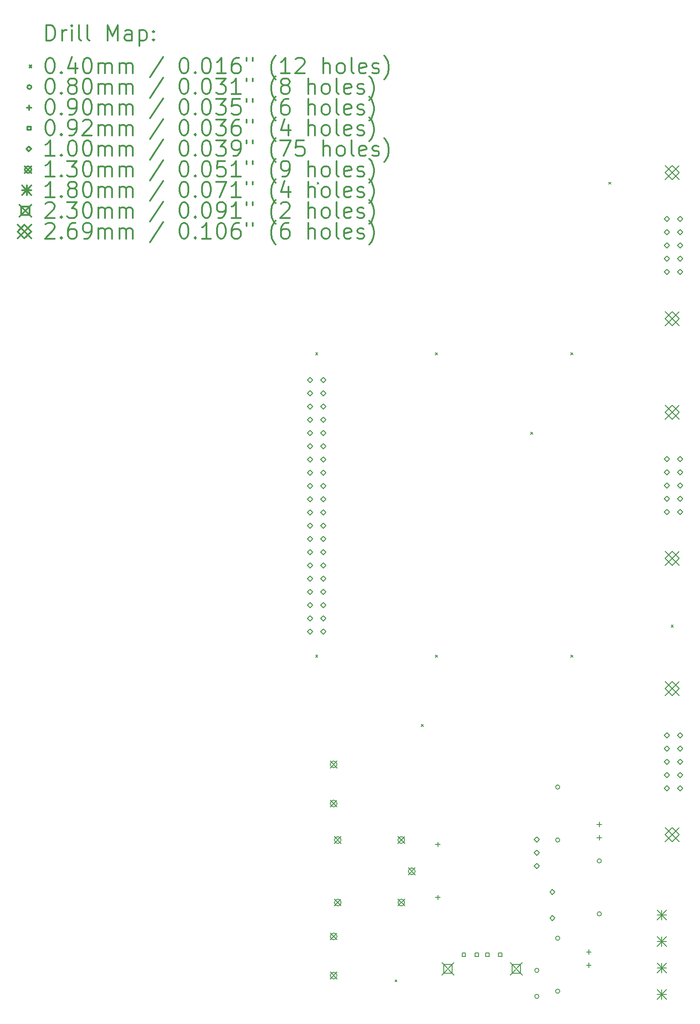
<source format=gbr>
%FSLAX45Y45*%
G04 Gerber Fmt 4.5, Leading zero omitted, Abs format (unit mm)*
G04 Created by KiCad (PCBNEW 5.1.9) date 2021-06-26 10:44:56*
%MOMM*%
%LPD*%
G01*
G04 APERTURE LIST*
%ADD10C,0.200000*%
%ADD11C,0.300000*%
G04 APERTURE END LIST*
D10*
X5455000Y-6455000D02*
X5495000Y-6495000D01*
X5495000Y-6455000D02*
X5455000Y-6495000D01*
X5455000Y-12255000D02*
X5495000Y-12295000D01*
X5495000Y-12255000D02*
X5455000Y-12295000D01*
X5480000Y-3180000D02*
X5520000Y-3220000D01*
X5520000Y-3180000D02*
X5480000Y-3220000D01*
X6980000Y-18480000D02*
X7020000Y-18520000D01*
X7020000Y-18480000D02*
X6980000Y-18520000D01*
X7480000Y-13580000D02*
X7520000Y-13620000D01*
X7520000Y-13580000D02*
X7480000Y-13620000D01*
X7755000Y-6455000D02*
X7795000Y-6495000D01*
X7795000Y-6455000D02*
X7755000Y-6495000D01*
X7755000Y-12255000D02*
X7795000Y-12295000D01*
X7795000Y-12255000D02*
X7755000Y-12295000D01*
X9580000Y-7980000D02*
X9620000Y-8020000D01*
X9620000Y-7980000D02*
X9580000Y-8020000D01*
X10355000Y-6455000D02*
X10395000Y-6495000D01*
X10395000Y-6455000D02*
X10355000Y-6495000D01*
X10355000Y-12255000D02*
X10395000Y-12295000D01*
X10395000Y-12255000D02*
X10355000Y-12295000D01*
X11080000Y-3180000D02*
X11120000Y-3220000D01*
X11120000Y-3180000D02*
X11080000Y-3220000D01*
X12280000Y-11680000D02*
X12320000Y-11720000D01*
X12320000Y-11680000D02*
X12280000Y-11720000D01*
X9740000Y-18300000D02*
G75*
G03*
X9740000Y-18300000I-40000J0D01*
G01*
X9740000Y-18800000D02*
G75*
G03*
X9740000Y-18800000I-40000J0D01*
G01*
X10140000Y-14784000D02*
G75*
G03*
X10140000Y-14784000I-40000J0D01*
G01*
X10140000Y-15800000D02*
G75*
G03*
X10140000Y-15800000I-40000J0D01*
G01*
X10140000Y-17684000D02*
G75*
G03*
X10140000Y-17684000I-40000J0D01*
G01*
X10140000Y-18700000D02*
G75*
G03*
X10140000Y-18700000I-40000J0D01*
G01*
X10940000Y-16200000D02*
G75*
G03*
X10940000Y-16200000I-40000J0D01*
G01*
X10940000Y-17216000D02*
G75*
G03*
X10940000Y-17216000I-40000J0D01*
G01*
X7800000Y-15839000D02*
X7800000Y-15929000D01*
X7755000Y-15884000D02*
X7845000Y-15884000D01*
X7800000Y-16855000D02*
X7800000Y-16945000D01*
X7755000Y-16900000D02*
X7845000Y-16900000D01*
X10700000Y-17901000D02*
X10700000Y-17991000D01*
X10655000Y-17946000D02*
X10745000Y-17946000D01*
X10700000Y-18155000D02*
X10700000Y-18245000D01*
X10655000Y-18200000D02*
X10745000Y-18200000D01*
X10900000Y-15455000D02*
X10900000Y-15545000D01*
X10855000Y-15500000D02*
X10945000Y-15500000D01*
X10900000Y-15709000D02*
X10900000Y-15799000D01*
X10855000Y-15754000D02*
X10945000Y-15754000D01*
X8332527Y-18032527D02*
X8332527Y-17967473D01*
X8267473Y-17967473D01*
X8267473Y-18032527D01*
X8332527Y-18032527D01*
X8582527Y-18032527D02*
X8582527Y-17967473D01*
X8517473Y-17967473D01*
X8517473Y-18032527D01*
X8582527Y-18032527D01*
X8782527Y-18032527D02*
X8782527Y-17967473D01*
X8717473Y-17967473D01*
X8717473Y-18032527D01*
X8782527Y-18032527D01*
X9032527Y-18032527D02*
X9032527Y-17967473D01*
X8967473Y-17967473D01*
X8967473Y-18032527D01*
X9032527Y-18032527D01*
X5346000Y-7024000D02*
X5396000Y-6974000D01*
X5346000Y-6924000D01*
X5296000Y-6974000D01*
X5346000Y-7024000D01*
X5346000Y-7278000D02*
X5396000Y-7228000D01*
X5346000Y-7178000D01*
X5296000Y-7228000D01*
X5346000Y-7278000D01*
X5346000Y-7532000D02*
X5396000Y-7482000D01*
X5346000Y-7432000D01*
X5296000Y-7482000D01*
X5346000Y-7532000D01*
X5346000Y-7786000D02*
X5396000Y-7736000D01*
X5346000Y-7686000D01*
X5296000Y-7736000D01*
X5346000Y-7786000D01*
X5346000Y-8040000D02*
X5396000Y-7990000D01*
X5346000Y-7940000D01*
X5296000Y-7990000D01*
X5346000Y-8040000D01*
X5346000Y-8294000D02*
X5396000Y-8244000D01*
X5346000Y-8194000D01*
X5296000Y-8244000D01*
X5346000Y-8294000D01*
X5346000Y-8548000D02*
X5396000Y-8498000D01*
X5346000Y-8448000D01*
X5296000Y-8498000D01*
X5346000Y-8548000D01*
X5346000Y-8802000D02*
X5396000Y-8752000D01*
X5346000Y-8702000D01*
X5296000Y-8752000D01*
X5346000Y-8802000D01*
X5346000Y-9056000D02*
X5396000Y-9006000D01*
X5346000Y-8956000D01*
X5296000Y-9006000D01*
X5346000Y-9056000D01*
X5346000Y-9310000D02*
X5396000Y-9260000D01*
X5346000Y-9210000D01*
X5296000Y-9260000D01*
X5346000Y-9310000D01*
X5346000Y-9564000D02*
X5396000Y-9514000D01*
X5346000Y-9464000D01*
X5296000Y-9514000D01*
X5346000Y-9564000D01*
X5346000Y-9818000D02*
X5396000Y-9768000D01*
X5346000Y-9718000D01*
X5296000Y-9768000D01*
X5346000Y-9818000D01*
X5346000Y-10072000D02*
X5396000Y-10022000D01*
X5346000Y-9972000D01*
X5296000Y-10022000D01*
X5346000Y-10072000D01*
X5346000Y-10326000D02*
X5396000Y-10276000D01*
X5346000Y-10226000D01*
X5296000Y-10276000D01*
X5346000Y-10326000D01*
X5346000Y-10580000D02*
X5396000Y-10530000D01*
X5346000Y-10480000D01*
X5296000Y-10530000D01*
X5346000Y-10580000D01*
X5346000Y-10834000D02*
X5396000Y-10784000D01*
X5346000Y-10734000D01*
X5296000Y-10784000D01*
X5346000Y-10834000D01*
X5346000Y-11088000D02*
X5396000Y-11038000D01*
X5346000Y-10988000D01*
X5296000Y-11038000D01*
X5346000Y-11088000D01*
X5346000Y-11342000D02*
X5396000Y-11292000D01*
X5346000Y-11242000D01*
X5296000Y-11292000D01*
X5346000Y-11342000D01*
X5346000Y-11596000D02*
X5396000Y-11546000D01*
X5346000Y-11496000D01*
X5296000Y-11546000D01*
X5346000Y-11596000D01*
X5346000Y-11850000D02*
X5396000Y-11800000D01*
X5346000Y-11750000D01*
X5296000Y-11800000D01*
X5346000Y-11850000D01*
X5600000Y-7024000D02*
X5650000Y-6974000D01*
X5600000Y-6924000D01*
X5550000Y-6974000D01*
X5600000Y-7024000D01*
X5600000Y-7278000D02*
X5650000Y-7228000D01*
X5600000Y-7178000D01*
X5550000Y-7228000D01*
X5600000Y-7278000D01*
X5600000Y-7532000D02*
X5650000Y-7482000D01*
X5600000Y-7432000D01*
X5550000Y-7482000D01*
X5600000Y-7532000D01*
X5600000Y-7786000D02*
X5650000Y-7736000D01*
X5600000Y-7686000D01*
X5550000Y-7736000D01*
X5600000Y-7786000D01*
X5600000Y-8040000D02*
X5650000Y-7990000D01*
X5600000Y-7940000D01*
X5550000Y-7990000D01*
X5600000Y-8040000D01*
X5600000Y-8294000D02*
X5650000Y-8244000D01*
X5600000Y-8194000D01*
X5550000Y-8244000D01*
X5600000Y-8294000D01*
X5600000Y-8548000D02*
X5650000Y-8498000D01*
X5600000Y-8448000D01*
X5550000Y-8498000D01*
X5600000Y-8548000D01*
X5600000Y-8802000D02*
X5650000Y-8752000D01*
X5600000Y-8702000D01*
X5550000Y-8752000D01*
X5600000Y-8802000D01*
X5600000Y-9056000D02*
X5650000Y-9006000D01*
X5600000Y-8956000D01*
X5550000Y-9006000D01*
X5600000Y-9056000D01*
X5600000Y-9310000D02*
X5650000Y-9260000D01*
X5600000Y-9210000D01*
X5550000Y-9260000D01*
X5600000Y-9310000D01*
X5600000Y-9564000D02*
X5650000Y-9514000D01*
X5600000Y-9464000D01*
X5550000Y-9514000D01*
X5600000Y-9564000D01*
X5600000Y-9818000D02*
X5650000Y-9768000D01*
X5600000Y-9718000D01*
X5550000Y-9768000D01*
X5600000Y-9818000D01*
X5600000Y-10072000D02*
X5650000Y-10022000D01*
X5600000Y-9972000D01*
X5550000Y-10022000D01*
X5600000Y-10072000D01*
X5600000Y-10326000D02*
X5650000Y-10276000D01*
X5600000Y-10226000D01*
X5550000Y-10276000D01*
X5600000Y-10326000D01*
X5600000Y-10580000D02*
X5650000Y-10530000D01*
X5600000Y-10480000D01*
X5550000Y-10530000D01*
X5600000Y-10580000D01*
X5600000Y-10834000D02*
X5650000Y-10784000D01*
X5600000Y-10734000D01*
X5550000Y-10784000D01*
X5600000Y-10834000D01*
X5600000Y-11088000D02*
X5650000Y-11038000D01*
X5600000Y-10988000D01*
X5550000Y-11038000D01*
X5600000Y-11088000D01*
X5600000Y-11342000D02*
X5650000Y-11292000D01*
X5600000Y-11242000D01*
X5550000Y-11292000D01*
X5600000Y-11342000D01*
X5600000Y-11596000D02*
X5650000Y-11546000D01*
X5600000Y-11496000D01*
X5550000Y-11546000D01*
X5600000Y-11596000D01*
X5600000Y-11850000D02*
X5650000Y-11800000D01*
X5600000Y-11750000D01*
X5550000Y-11800000D01*
X5600000Y-11850000D01*
X9700000Y-15842000D02*
X9750000Y-15792000D01*
X9700000Y-15742000D01*
X9650000Y-15792000D01*
X9700000Y-15842000D01*
X9700000Y-16096000D02*
X9750000Y-16046000D01*
X9700000Y-15996000D01*
X9650000Y-16046000D01*
X9700000Y-16096000D01*
X9700000Y-16350000D02*
X9750000Y-16300000D01*
X9700000Y-16250000D01*
X9650000Y-16300000D01*
X9700000Y-16350000D01*
X10000000Y-16850000D02*
X10050000Y-16800000D01*
X10000000Y-16750000D01*
X9950000Y-16800000D01*
X10000000Y-16850000D01*
X10000000Y-17350000D02*
X10050000Y-17300000D01*
X10000000Y-17250000D01*
X9950000Y-17300000D01*
X10000000Y-17350000D01*
X12198000Y-3940000D02*
X12248000Y-3890000D01*
X12198000Y-3840000D01*
X12148000Y-3890000D01*
X12198000Y-3940000D01*
X12198000Y-4194000D02*
X12248000Y-4144000D01*
X12198000Y-4094000D01*
X12148000Y-4144000D01*
X12198000Y-4194000D01*
X12198000Y-4448000D02*
X12248000Y-4398000D01*
X12198000Y-4348000D01*
X12148000Y-4398000D01*
X12198000Y-4448000D01*
X12198000Y-4702000D02*
X12248000Y-4652000D01*
X12198000Y-4602000D01*
X12148000Y-4652000D01*
X12198000Y-4702000D01*
X12198000Y-4956000D02*
X12248000Y-4906000D01*
X12198000Y-4856000D01*
X12148000Y-4906000D01*
X12198000Y-4956000D01*
X12198000Y-8540000D02*
X12248000Y-8490000D01*
X12198000Y-8440000D01*
X12148000Y-8490000D01*
X12198000Y-8540000D01*
X12198000Y-8794000D02*
X12248000Y-8744000D01*
X12198000Y-8694000D01*
X12148000Y-8744000D01*
X12198000Y-8794000D01*
X12198000Y-9048000D02*
X12248000Y-8998000D01*
X12198000Y-8948000D01*
X12148000Y-8998000D01*
X12198000Y-9048000D01*
X12198000Y-9302000D02*
X12248000Y-9252000D01*
X12198000Y-9202000D01*
X12148000Y-9252000D01*
X12198000Y-9302000D01*
X12198000Y-9556000D02*
X12248000Y-9506000D01*
X12198000Y-9456000D01*
X12148000Y-9506000D01*
X12198000Y-9556000D01*
X12198000Y-13840000D02*
X12248000Y-13790000D01*
X12198000Y-13740000D01*
X12148000Y-13790000D01*
X12198000Y-13840000D01*
X12198000Y-14094000D02*
X12248000Y-14044000D01*
X12198000Y-13994000D01*
X12148000Y-14044000D01*
X12198000Y-14094000D01*
X12198000Y-14348000D02*
X12248000Y-14298000D01*
X12198000Y-14248000D01*
X12148000Y-14298000D01*
X12198000Y-14348000D01*
X12198000Y-14602000D02*
X12248000Y-14552000D01*
X12198000Y-14502000D01*
X12148000Y-14552000D01*
X12198000Y-14602000D01*
X12198000Y-14856000D02*
X12248000Y-14806000D01*
X12198000Y-14756000D01*
X12148000Y-14806000D01*
X12198000Y-14856000D01*
X12452000Y-3940000D02*
X12502000Y-3890000D01*
X12452000Y-3840000D01*
X12402000Y-3890000D01*
X12452000Y-3940000D01*
X12452000Y-4194000D02*
X12502000Y-4144000D01*
X12452000Y-4094000D01*
X12402000Y-4144000D01*
X12452000Y-4194000D01*
X12452000Y-4448000D02*
X12502000Y-4398000D01*
X12452000Y-4348000D01*
X12402000Y-4398000D01*
X12452000Y-4448000D01*
X12452000Y-4702000D02*
X12502000Y-4652000D01*
X12452000Y-4602000D01*
X12402000Y-4652000D01*
X12452000Y-4702000D01*
X12452000Y-4956000D02*
X12502000Y-4906000D01*
X12452000Y-4856000D01*
X12402000Y-4906000D01*
X12452000Y-4956000D01*
X12452000Y-8540000D02*
X12502000Y-8490000D01*
X12452000Y-8440000D01*
X12402000Y-8490000D01*
X12452000Y-8540000D01*
X12452000Y-8794000D02*
X12502000Y-8744000D01*
X12452000Y-8694000D01*
X12402000Y-8744000D01*
X12452000Y-8794000D01*
X12452000Y-9048000D02*
X12502000Y-8998000D01*
X12452000Y-8948000D01*
X12402000Y-8998000D01*
X12452000Y-9048000D01*
X12452000Y-9302000D02*
X12502000Y-9252000D01*
X12452000Y-9202000D01*
X12402000Y-9252000D01*
X12452000Y-9302000D01*
X12452000Y-9556000D02*
X12502000Y-9506000D01*
X12452000Y-9456000D01*
X12402000Y-9506000D01*
X12452000Y-9556000D01*
X12452000Y-13840000D02*
X12502000Y-13790000D01*
X12452000Y-13740000D01*
X12402000Y-13790000D01*
X12452000Y-13840000D01*
X12452000Y-14094000D02*
X12502000Y-14044000D01*
X12452000Y-13994000D01*
X12402000Y-14044000D01*
X12452000Y-14094000D01*
X12452000Y-14348000D02*
X12502000Y-14298000D01*
X12452000Y-14248000D01*
X12402000Y-14298000D01*
X12452000Y-14348000D01*
X12452000Y-14602000D02*
X12502000Y-14552000D01*
X12452000Y-14502000D01*
X12402000Y-14552000D01*
X12452000Y-14602000D01*
X12452000Y-14856000D02*
X12502000Y-14806000D01*
X12452000Y-14756000D01*
X12402000Y-14806000D01*
X12452000Y-14856000D01*
X5735000Y-14285000D02*
X5865000Y-14415000D01*
X5865000Y-14285000D02*
X5735000Y-14415000D01*
X5865000Y-14350000D02*
G75*
G03*
X5865000Y-14350000I-65000J0D01*
G01*
X5735000Y-15035000D02*
X5865000Y-15165000D01*
X5865000Y-15035000D02*
X5735000Y-15165000D01*
X5865000Y-15100000D02*
G75*
G03*
X5865000Y-15100000I-65000J0D01*
G01*
X5735000Y-17585000D02*
X5865000Y-17715000D01*
X5865000Y-17585000D02*
X5735000Y-17715000D01*
X5865000Y-17650000D02*
G75*
G03*
X5865000Y-17650000I-65000J0D01*
G01*
X5735000Y-18335000D02*
X5865000Y-18465000D01*
X5865000Y-18335000D02*
X5735000Y-18465000D01*
X5865000Y-18400000D02*
G75*
G03*
X5865000Y-18400000I-65000J0D01*
G01*
X5815000Y-15735000D02*
X5945000Y-15865000D01*
X5945000Y-15735000D02*
X5815000Y-15865000D01*
X5945000Y-15800000D02*
G75*
G03*
X5945000Y-15800000I-65000J0D01*
G01*
X5815000Y-16935000D02*
X5945000Y-17065000D01*
X5945000Y-16935000D02*
X5815000Y-17065000D01*
X5945000Y-17000000D02*
G75*
G03*
X5945000Y-17000000I-65000J0D01*
G01*
X7035000Y-15735000D02*
X7165000Y-15865000D01*
X7165000Y-15735000D02*
X7035000Y-15865000D01*
X7165000Y-15800000D02*
G75*
G03*
X7165000Y-15800000I-65000J0D01*
G01*
X7035000Y-16935000D02*
X7165000Y-17065000D01*
X7165000Y-16935000D02*
X7035000Y-17065000D01*
X7165000Y-17000000D02*
G75*
G03*
X7165000Y-17000000I-65000J0D01*
G01*
X7235000Y-16335000D02*
X7365000Y-16465000D01*
X7365000Y-16335000D02*
X7235000Y-16465000D01*
X7365000Y-16400000D02*
G75*
G03*
X7365000Y-16400000I-65000J0D01*
G01*
X12010000Y-17148000D02*
X12190000Y-17328000D01*
X12190000Y-17148000D02*
X12010000Y-17328000D01*
X12100000Y-17148000D02*
X12100000Y-17328000D01*
X12010000Y-17238000D02*
X12190000Y-17238000D01*
X12010000Y-17656000D02*
X12190000Y-17836000D01*
X12190000Y-17656000D02*
X12010000Y-17836000D01*
X12100000Y-17656000D02*
X12100000Y-17836000D01*
X12010000Y-17746000D02*
X12190000Y-17746000D01*
X12010000Y-18164000D02*
X12190000Y-18344000D01*
X12190000Y-18164000D02*
X12010000Y-18344000D01*
X12100000Y-18164000D02*
X12100000Y-18344000D01*
X12010000Y-18254000D02*
X12190000Y-18254000D01*
X12010000Y-18672000D02*
X12190000Y-18852000D01*
X12190000Y-18672000D02*
X12010000Y-18852000D01*
X12100000Y-18672000D02*
X12100000Y-18852000D01*
X12010000Y-18762000D02*
X12190000Y-18762000D01*
X7878000Y-18156000D02*
X8108000Y-18386000D01*
X8108000Y-18156000D02*
X7878000Y-18386000D01*
X8074318Y-18352318D02*
X8074318Y-18189682D01*
X7911682Y-18189682D01*
X7911682Y-18352318D01*
X8074318Y-18352318D01*
X9192000Y-18156000D02*
X9422000Y-18386000D01*
X9422000Y-18156000D02*
X9192000Y-18386000D01*
X9388318Y-18352318D02*
X9388318Y-18189682D01*
X9225682Y-18189682D01*
X9225682Y-18352318D01*
X9388318Y-18352318D01*
X12165500Y-2861500D02*
X12434500Y-3130500D01*
X12434500Y-2861500D02*
X12165500Y-3130500D01*
X12300000Y-3130500D02*
X12434500Y-2996000D01*
X12300000Y-2861500D01*
X12165500Y-2996000D01*
X12300000Y-3130500D01*
X12165500Y-5665500D02*
X12434500Y-5934500D01*
X12434500Y-5665500D02*
X12165500Y-5934500D01*
X12300000Y-5934500D02*
X12434500Y-5800000D01*
X12300000Y-5665500D01*
X12165500Y-5800000D01*
X12300000Y-5934500D01*
X12165500Y-7461500D02*
X12434500Y-7730500D01*
X12434500Y-7461500D02*
X12165500Y-7730500D01*
X12300000Y-7730500D02*
X12434500Y-7596000D01*
X12300000Y-7461500D01*
X12165500Y-7596000D01*
X12300000Y-7730500D01*
X12165500Y-10265500D02*
X12434500Y-10534500D01*
X12434500Y-10265500D02*
X12165500Y-10534500D01*
X12300000Y-10534500D02*
X12434500Y-10400000D01*
X12300000Y-10265500D01*
X12165500Y-10400000D01*
X12300000Y-10534500D01*
X12165500Y-12761500D02*
X12434500Y-13030500D01*
X12434500Y-12761500D02*
X12165500Y-13030500D01*
X12300000Y-13030500D02*
X12434500Y-12896000D01*
X12300000Y-12761500D01*
X12165500Y-12896000D01*
X12300000Y-13030500D01*
X12165500Y-15565500D02*
X12434500Y-15834500D01*
X12434500Y-15565500D02*
X12165500Y-15834500D01*
X12300000Y-15834500D02*
X12434500Y-15700000D01*
X12300000Y-15565500D01*
X12165500Y-15700000D01*
X12300000Y-15834500D01*
D11*
X286429Y-465714D02*
X286429Y-165714D01*
X357857Y-165714D01*
X400714Y-180000D01*
X429286Y-208571D01*
X443571Y-237143D01*
X457857Y-294286D01*
X457857Y-337143D01*
X443571Y-394286D01*
X429286Y-422857D01*
X400714Y-451428D01*
X357857Y-465714D01*
X286429Y-465714D01*
X586429Y-465714D02*
X586429Y-265714D01*
X586429Y-322857D02*
X600714Y-294286D01*
X615000Y-280000D01*
X643571Y-265714D01*
X672143Y-265714D01*
X772143Y-465714D02*
X772143Y-265714D01*
X772143Y-165714D02*
X757857Y-180000D01*
X772143Y-194286D01*
X786428Y-180000D01*
X772143Y-165714D01*
X772143Y-194286D01*
X957857Y-465714D02*
X929286Y-451428D01*
X915000Y-422857D01*
X915000Y-165714D01*
X1115000Y-465714D02*
X1086429Y-451428D01*
X1072143Y-422857D01*
X1072143Y-165714D01*
X1457857Y-465714D02*
X1457857Y-165714D01*
X1557857Y-380000D01*
X1657857Y-165714D01*
X1657857Y-465714D01*
X1929286Y-465714D02*
X1929286Y-308571D01*
X1915000Y-280000D01*
X1886428Y-265714D01*
X1829286Y-265714D01*
X1800714Y-280000D01*
X1929286Y-451428D02*
X1900714Y-465714D01*
X1829286Y-465714D01*
X1800714Y-451428D01*
X1786428Y-422857D01*
X1786428Y-394286D01*
X1800714Y-365714D01*
X1829286Y-351428D01*
X1900714Y-351428D01*
X1929286Y-337143D01*
X2072143Y-265714D02*
X2072143Y-565714D01*
X2072143Y-280000D02*
X2100714Y-265714D01*
X2157857Y-265714D01*
X2186429Y-280000D01*
X2200714Y-294286D01*
X2215000Y-322857D01*
X2215000Y-408571D01*
X2200714Y-437143D01*
X2186429Y-451428D01*
X2157857Y-465714D01*
X2100714Y-465714D01*
X2072143Y-451428D01*
X2343571Y-437143D02*
X2357857Y-451428D01*
X2343571Y-465714D01*
X2329286Y-451428D01*
X2343571Y-437143D01*
X2343571Y-465714D01*
X2343571Y-280000D02*
X2357857Y-294286D01*
X2343571Y-308571D01*
X2329286Y-294286D01*
X2343571Y-280000D01*
X2343571Y-308571D01*
X-40000Y-940000D02*
X0Y-980000D01*
X0Y-940000D02*
X-40000Y-980000D01*
X343571Y-795714D02*
X372143Y-795714D01*
X400714Y-810000D01*
X415000Y-824286D01*
X429286Y-852857D01*
X443571Y-910000D01*
X443571Y-981428D01*
X429286Y-1038571D01*
X415000Y-1067143D01*
X400714Y-1081429D01*
X372143Y-1095714D01*
X343571Y-1095714D01*
X315000Y-1081429D01*
X300714Y-1067143D01*
X286429Y-1038571D01*
X272143Y-981428D01*
X272143Y-910000D01*
X286429Y-852857D01*
X300714Y-824286D01*
X315000Y-810000D01*
X343571Y-795714D01*
X572143Y-1067143D02*
X586429Y-1081429D01*
X572143Y-1095714D01*
X557857Y-1081429D01*
X572143Y-1067143D01*
X572143Y-1095714D01*
X843571Y-895714D02*
X843571Y-1095714D01*
X772143Y-781428D02*
X700714Y-995714D01*
X886428Y-995714D01*
X1057857Y-795714D02*
X1086429Y-795714D01*
X1115000Y-810000D01*
X1129286Y-824286D01*
X1143571Y-852857D01*
X1157857Y-910000D01*
X1157857Y-981428D01*
X1143571Y-1038571D01*
X1129286Y-1067143D01*
X1115000Y-1081429D01*
X1086429Y-1095714D01*
X1057857Y-1095714D01*
X1029286Y-1081429D01*
X1015000Y-1067143D01*
X1000714Y-1038571D01*
X986428Y-981428D01*
X986428Y-910000D01*
X1000714Y-852857D01*
X1015000Y-824286D01*
X1029286Y-810000D01*
X1057857Y-795714D01*
X1286429Y-1095714D02*
X1286429Y-895714D01*
X1286429Y-924286D02*
X1300714Y-910000D01*
X1329286Y-895714D01*
X1372143Y-895714D01*
X1400714Y-910000D01*
X1415000Y-938571D01*
X1415000Y-1095714D01*
X1415000Y-938571D02*
X1429286Y-910000D01*
X1457857Y-895714D01*
X1500714Y-895714D01*
X1529286Y-910000D01*
X1543571Y-938571D01*
X1543571Y-1095714D01*
X1686428Y-1095714D02*
X1686428Y-895714D01*
X1686428Y-924286D02*
X1700714Y-910000D01*
X1729286Y-895714D01*
X1772143Y-895714D01*
X1800714Y-910000D01*
X1815000Y-938571D01*
X1815000Y-1095714D01*
X1815000Y-938571D02*
X1829286Y-910000D01*
X1857857Y-895714D01*
X1900714Y-895714D01*
X1929286Y-910000D01*
X1943571Y-938571D01*
X1943571Y-1095714D01*
X2529286Y-781428D02*
X2272143Y-1167143D01*
X2915000Y-795714D02*
X2943571Y-795714D01*
X2972143Y-810000D01*
X2986428Y-824286D01*
X3000714Y-852857D01*
X3015000Y-910000D01*
X3015000Y-981428D01*
X3000714Y-1038571D01*
X2986428Y-1067143D01*
X2972143Y-1081429D01*
X2943571Y-1095714D01*
X2915000Y-1095714D01*
X2886428Y-1081429D01*
X2872143Y-1067143D01*
X2857857Y-1038571D01*
X2843571Y-981428D01*
X2843571Y-910000D01*
X2857857Y-852857D01*
X2872143Y-824286D01*
X2886428Y-810000D01*
X2915000Y-795714D01*
X3143571Y-1067143D02*
X3157857Y-1081429D01*
X3143571Y-1095714D01*
X3129286Y-1081429D01*
X3143571Y-1067143D01*
X3143571Y-1095714D01*
X3343571Y-795714D02*
X3372143Y-795714D01*
X3400714Y-810000D01*
X3415000Y-824286D01*
X3429286Y-852857D01*
X3443571Y-910000D01*
X3443571Y-981428D01*
X3429286Y-1038571D01*
X3415000Y-1067143D01*
X3400714Y-1081429D01*
X3372143Y-1095714D01*
X3343571Y-1095714D01*
X3315000Y-1081429D01*
X3300714Y-1067143D01*
X3286428Y-1038571D01*
X3272143Y-981428D01*
X3272143Y-910000D01*
X3286428Y-852857D01*
X3300714Y-824286D01*
X3315000Y-810000D01*
X3343571Y-795714D01*
X3729286Y-1095714D02*
X3557857Y-1095714D01*
X3643571Y-1095714D02*
X3643571Y-795714D01*
X3615000Y-838571D01*
X3586428Y-867143D01*
X3557857Y-881428D01*
X3986428Y-795714D02*
X3929286Y-795714D01*
X3900714Y-810000D01*
X3886428Y-824286D01*
X3857857Y-867143D01*
X3843571Y-924286D01*
X3843571Y-1038571D01*
X3857857Y-1067143D01*
X3872143Y-1081429D01*
X3900714Y-1095714D01*
X3957857Y-1095714D01*
X3986428Y-1081429D01*
X4000714Y-1067143D01*
X4015000Y-1038571D01*
X4015000Y-967143D01*
X4000714Y-938571D01*
X3986428Y-924286D01*
X3957857Y-910000D01*
X3900714Y-910000D01*
X3872143Y-924286D01*
X3857857Y-938571D01*
X3843571Y-967143D01*
X4129286Y-795714D02*
X4129286Y-852857D01*
X4243571Y-795714D02*
X4243571Y-852857D01*
X4686429Y-1210000D02*
X4672143Y-1195714D01*
X4643571Y-1152857D01*
X4629286Y-1124286D01*
X4615000Y-1081429D01*
X4600714Y-1010000D01*
X4600714Y-952857D01*
X4615000Y-881428D01*
X4629286Y-838571D01*
X4643571Y-810000D01*
X4672143Y-767143D01*
X4686429Y-752857D01*
X4957857Y-1095714D02*
X4786429Y-1095714D01*
X4872143Y-1095714D02*
X4872143Y-795714D01*
X4843571Y-838571D01*
X4815000Y-867143D01*
X4786429Y-881428D01*
X5072143Y-824286D02*
X5086429Y-810000D01*
X5115000Y-795714D01*
X5186429Y-795714D01*
X5215000Y-810000D01*
X5229286Y-824286D01*
X5243571Y-852857D01*
X5243571Y-881428D01*
X5229286Y-924286D01*
X5057857Y-1095714D01*
X5243571Y-1095714D01*
X5600714Y-1095714D02*
X5600714Y-795714D01*
X5729286Y-1095714D02*
X5729286Y-938571D01*
X5715000Y-910000D01*
X5686428Y-895714D01*
X5643571Y-895714D01*
X5615000Y-910000D01*
X5600714Y-924286D01*
X5915000Y-1095714D02*
X5886428Y-1081429D01*
X5872143Y-1067143D01*
X5857857Y-1038571D01*
X5857857Y-952857D01*
X5872143Y-924286D01*
X5886428Y-910000D01*
X5915000Y-895714D01*
X5957857Y-895714D01*
X5986428Y-910000D01*
X6000714Y-924286D01*
X6015000Y-952857D01*
X6015000Y-1038571D01*
X6000714Y-1067143D01*
X5986428Y-1081429D01*
X5957857Y-1095714D01*
X5915000Y-1095714D01*
X6186428Y-1095714D02*
X6157857Y-1081429D01*
X6143571Y-1052857D01*
X6143571Y-795714D01*
X6415000Y-1081429D02*
X6386428Y-1095714D01*
X6329286Y-1095714D01*
X6300714Y-1081429D01*
X6286428Y-1052857D01*
X6286428Y-938571D01*
X6300714Y-910000D01*
X6329286Y-895714D01*
X6386428Y-895714D01*
X6415000Y-910000D01*
X6429286Y-938571D01*
X6429286Y-967143D01*
X6286428Y-995714D01*
X6543571Y-1081429D02*
X6572143Y-1095714D01*
X6629286Y-1095714D01*
X6657857Y-1081429D01*
X6672143Y-1052857D01*
X6672143Y-1038571D01*
X6657857Y-1010000D01*
X6629286Y-995714D01*
X6586428Y-995714D01*
X6557857Y-981428D01*
X6543571Y-952857D01*
X6543571Y-938571D01*
X6557857Y-910000D01*
X6586428Y-895714D01*
X6629286Y-895714D01*
X6657857Y-910000D01*
X6772143Y-1210000D02*
X6786428Y-1195714D01*
X6815000Y-1152857D01*
X6829286Y-1124286D01*
X6843571Y-1081429D01*
X6857857Y-1010000D01*
X6857857Y-952857D01*
X6843571Y-881428D01*
X6829286Y-838571D01*
X6815000Y-810000D01*
X6786428Y-767143D01*
X6772143Y-752857D01*
X0Y-1356000D02*
G75*
G03*
X0Y-1356000I-40000J0D01*
G01*
X343571Y-1191714D02*
X372143Y-1191714D01*
X400714Y-1206000D01*
X415000Y-1220286D01*
X429286Y-1248857D01*
X443571Y-1306000D01*
X443571Y-1377429D01*
X429286Y-1434571D01*
X415000Y-1463143D01*
X400714Y-1477428D01*
X372143Y-1491714D01*
X343571Y-1491714D01*
X315000Y-1477428D01*
X300714Y-1463143D01*
X286429Y-1434571D01*
X272143Y-1377429D01*
X272143Y-1306000D01*
X286429Y-1248857D01*
X300714Y-1220286D01*
X315000Y-1206000D01*
X343571Y-1191714D01*
X572143Y-1463143D02*
X586429Y-1477428D01*
X572143Y-1491714D01*
X557857Y-1477428D01*
X572143Y-1463143D01*
X572143Y-1491714D01*
X757857Y-1320286D02*
X729286Y-1306000D01*
X715000Y-1291714D01*
X700714Y-1263143D01*
X700714Y-1248857D01*
X715000Y-1220286D01*
X729286Y-1206000D01*
X757857Y-1191714D01*
X815000Y-1191714D01*
X843571Y-1206000D01*
X857857Y-1220286D01*
X872143Y-1248857D01*
X872143Y-1263143D01*
X857857Y-1291714D01*
X843571Y-1306000D01*
X815000Y-1320286D01*
X757857Y-1320286D01*
X729286Y-1334571D01*
X715000Y-1348857D01*
X700714Y-1377429D01*
X700714Y-1434571D01*
X715000Y-1463143D01*
X729286Y-1477428D01*
X757857Y-1491714D01*
X815000Y-1491714D01*
X843571Y-1477428D01*
X857857Y-1463143D01*
X872143Y-1434571D01*
X872143Y-1377429D01*
X857857Y-1348857D01*
X843571Y-1334571D01*
X815000Y-1320286D01*
X1057857Y-1191714D02*
X1086429Y-1191714D01*
X1115000Y-1206000D01*
X1129286Y-1220286D01*
X1143571Y-1248857D01*
X1157857Y-1306000D01*
X1157857Y-1377429D01*
X1143571Y-1434571D01*
X1129286Y-1463143D01*
X1115000Y-1477428D01*
X1086429Y-1491714D01*
X1057857Y-1491714D01*
X1029286Y-1477428D01*
X1015000Y-1463143D01*
X1000714Y-1434571D01*
X986428Y-1377429D01*
X986428Y-1306000D01*
X1000714Y-1248857D01*
X1015000Y-1220286D01*
X1029286Y-1206000D01*
X1057857Y-1191714D01*
X1286429Y-1491714D02*
X1286429Y-1291714D01*
X1286429Y-1320286D02*
X1300714Y-1306000D01*
X1329286Y-1291714D01*
X1372143Y-1291714D01*
X1400714Y-1306000D01*
X1415000Y-1334571D01*
X1415000Y-1491714D01*
X1415000Y-1334571D02*
X1429286Y-1306000D01*
X1457857Y-1291714D01*
X1500714Y-1291714D01*
X1529286Y-1306000D01*
X1543571Y-1334571D01*
X1543571Y-1491714D01*
X1686428Y-1491714D02*
X1686428Y-1291714D01*
X1686428Y-1320286D02*
X1700714Y-1306000D01*
X1729286Y-1291714D01*
X1772143Y-1291714D01*
X1800714Y-1306000D01*
X1815000Y-1334571D01*
X1815000Y-1491714D01*
X1815000Y-1334571D02*
X1829286Y-1306000D01*
X1857857Y-1291714D01*
X1900714Y-1291714D01*
X1929286Y-1306000D01*
X1943571Y-1334571D01*
X1943571Y-1491714D01*
X2529286Y-1177429D02*
X2272143Y-1563143D01*
X2915000Y-1191714D02*
X2943571Y-1191714D01*
X2972143Y-1206000D01*
X2986428Y-1220286D01*
X3000714Y-1248857D01*
X3015000Y-1306000D01*
X3015000Y-1377429D01*
X3000714Y-1434571D01*
X2986428Y-1463143D01*
X2972143Y-1477428D01*
X2943571Y-1491714D01*
X2915000Y-1491714D01*
X2886428Y-1477428D01*
X2872143Y-1463143D01*
X2857857Y-1434571D01*
X2843571Y-1377429D01*
X2843571Y-1306000D01*
X2857857Y-1248857D01*
X2872143Y-1220286D01*
X2886428Y-1206000D01*
X2915000Y-1191714D01*
X3143571Y-1463143D02*
X3157857Y-1477428D01*
X3143571Y-1491714D01*
X3129286Y-1477428D01*
X3143571Y-1463143D01*
X3143571Y-1491714D01*
X3343571Y-1191714D02*
X3372143Y-1191714D01*
X3400714Y-1206000D01*
X3415000Y-1220286D01*
X3429286Y-1248857D01*
X3443571Y-1306000D01*
X3443571Y-1377429D01*
X3429286Y-1434571D01*
X3415000Y-1463143D01*
X3400714Y-1477428D01*
X3372143Y-1491714D01*
X3343571Y-1491714D01*
X3315000Y-1477428D01*
X3300714Y-1463143D01*
X3286428Y-1434571D01*
X3272143Y-1377429D01*
X3272143Y-1306000D01*
X3286428Y-1248857D01*
X3300714Y-1220286D01*
X3315000Y-1206000D01*
X3343571Y-1191714D01*
X3543571Y-1191714D02*
X3729286Y-1191714D01*
X3629286Y-1306000D01*
X3672143Y-1306000D01*
X3700714Y-1320286D01*
X3715000Y-1334571D01*
X3729286Y-1363143D01*
X3729286Y-1434571D01*
X3715000Y-1463143D01*
X3700714Y-1477428D01*
X3672143Y-1491714D01*
X3586428Y-1491714D01*
X3557857Y-1477428D01*
X3543571Y-1463143D01*
X4015000Y-1491714D02*
X3843571Y-1491714D01*
X3929286Y-1491714D02*
X3929286Y-1191714D01*
X3900714Y-1234571D01*
X3872143Y-1263143D01*
X3843571Y-1277429D01*
X4129286Y-1191714D02*
X4129286Y-1248857D01*
X4243571Y-1191714D02*
X4243571Y-1248857D01*
X4686429Y-1606000D02*
X4672143Y-1591714D01*
X4643571Y-1548857D01*
X4629286Y-1520286D01*
X4615000Y-1477428D01*
X4600714Y-1406000D01*
X4600714Y-1348857D01*
X4615000Y-1277429D01*
X4629286Y-1234571D01*
X4643571Y-1206000D01*
X4672143Y-1163143D01*
X4686429Y-1148857D01*
X4843571Y-1320286D02*
X4815000Y-1306000D01*
X4800714Y-1291714D01*
X4786429Y-1263143D01*
X4786429Y-1248857D01*
X4800714Y-1220286D01*
X4815000Y-1206000D01*
X4843571Y-1191714D01*
X4900714Y-1191714D01*
X4929286Y-1206000D01*
X4943571Y-1220286D01*
X4957857Y-1248857D01*
X4957857Y-1263143D01*
X4943571Y-1291714D01*
X4929286Y-1306000D01*
X4900714Y-1320286D01*
X4843571Y-1320286D01*
X4815000Y-1334571D01*
X4800714Y-1348857D01*
X4786429Y-1377429D01*
X4786429Y-1434571D01*
X4800714Y-1463143D01*
X4815000Y-1477428D01*
X4843571Y-1491714D01*
X4900714Y-1491714D01*
X4929286Y-1477428D01*
X4943571Y-1463143D01*
X4957857Y-1434571D01*
X4957857Y-1377429D01*
X4943571Y-1348857D01*
X4929286Y-1334571D01*
X4900714Y-1320286D01*
X5315000Y-1491714D02*
X5315000Y-1191714D01*
X5443571Y-1491714D02*
X5443571Y-1334571D01*
X5429286Y-1306000D01*
X5400714Y-1291714D01*
X5357857Y-1291714D01*
X5329286Y-1306000D01*
X5315000Y-1320286D01*
X5629286Y-1491714D02*
X5600714Y-1477428D01*
X5586429Y-1463143D01*
X5572143Y-1434571D01*
X5572143Y-1348857D01*
X5586429Y-1320286D01*
X5600714Y-1306000D01*
X5629286Y-1291714D01*
X5672143Y-1291714D01*
X5700714Y-1306000D01*
X5715000Y-1320286D01*
X5729286Y-1348857D01*
X5729286Y-1434571D01*
X5715000Y-1463143D01*
X5700714Y-1477428D01*
X5672143Y-1491714D01*
X5629286Y-1491714D01*
X5900714Y-1491714D02*
X5872143Y-1477428D01*
X5857857Y-1448857D01*
X5857857Y-1191714D01*
X6129286Y-1477428D02*
X6100714Y-1491714D01*
X6043571Y-1491714D01*
X6015000Y-1477428D01*
X6000714Y-1448857D01*
X6000714Y-1334571D01*
X6015000Y-1306000D01*
X6043571Y-1291714D01*
X6100714Y-1291714D01*
X6129286Y-1306000D01*
X6143571Y-1334571D01*
X6143571Y-1363143D01*
X6000714Y-1391714D01*
X6257857Y-1477428D02*
X6286428Y-1491714D01*
X6343571Y-1491714D01*
X6372143Y-1477428D01*
X6386428Y-1448857D01*
X6386428Y-1434571D01*
X6372143Y-1406000D01*
X6343571Y-1391714D01*
X6300714Y-1391714D01*
X6272143Y-1377429D01*
X6257857Y-1348857D01*
X6257857Y-1334571D01*
X6272143Y-1306000D01*
X6300714Y-1291714D01*
X6343571Y-1291714D01*
X6372143Y-1306000D01*
X6486428Y-1606000D02*
X6500714Y-1591714D01*
X6529286Y-1548857D01*
X6543571Y-1520286D01*
X6557857Y-1477428D01*
X6572143Y-1406000D01*
X6572143Y-1348857D01*
X6557857Y-1277429D01*
X6543571Y-1234571D01*
X6529286Y-1206000D01*
X6500714Y-1163143D01*
X6486428Y-1148857D01*
X-45000Y-1707000D02*
X-45000Y-1797000D01*
X-90000Y-1752000D02*
X0Y-1752000D01*
X343571Y-1587714D02*
X372143Y-1587714D01*
X400714Y-1602000D01*
X415000Y-1616286D01*
X429286Y-1644857D01*
X443571Y-1702000D01*
X443571Y-1773428D01*
X429286Y-1830571D01*
X415000Y-1859143D01*
X400714Y-1873428D01*
X372143Y-1887714D01*
X343571Y-1887714D01*
X315000Y-1873428D01*
X300714Y-1859143D01*
X286429Y-1830571D01*
X272143Y-1773428D01*
X272143Y-1702000D01*
X286429Y-1644857D01*
X300714Y-1616286D01*
X315000Y-1602000D01*
X343571Y-1587714D01*
X572143Y-1859143D02*
X586429Y-1873428D01*
X572143Y-1887714D01*
X557857Y-1873428D01*
X572143Y-1859143D01*
X572143Y-1887714D01*
X729286Y-1887714D02*
X786428Y-1887714D01*
X815000Y-1873428D01*
X829286Y-1859143D01*
X857857Y-1816286D01*
X872143Y-1759143D01*
X872143Y-1644857D01*
X857857Y-1616286D01*
X843571Y-1602000D01*
X815000Y-1587714D01*
X757857Y-1587714D01*
X729286Y-1602000D01*
X715000Y-1616286D01*
X700714Y-1644857D01*
X700714Y-1716286D01*
X715000Y-1744857D01*
X729286Y-1759143D01*
X757857Y-1773428D01*
X815000Y-1773428D01*
X843571Y-1759143D01*
X857857Y-1744857D01*
X872143Y-1716286D01*
X1057857Y-1587714D02*
X1086429Y-1587714D01*
X1115000Y-1602000D01*
X1129286Y-1616286D01*
X1143571Y-1644857D01*
X1157857Y-1702000D01*
X1157857Y-1773428D01*
X1143571Y-1830571D01*
X1129286Y-1859143D01*
X1115000Y-1873428D01*
X1086429Y-1887714D01*
X1057857Y-1887714D01*
X1029286Y-1873428D01*
X1015000Y-1859143D01*
X1000714Y-1830571D01*
X986428Y-1773428D01*
X986428Y-1702000D01*
X1000714Y-1644857D01*
X1015000Y-1616286D01*
X1029286Y-1602000D01*
X1057857Y-1587714D01*
X1286429Y-1887714D02*
X1286429Y-1687714D01*
X1286429Y-1716286D02*
X1300714Y-1702000D01*
X1329286Y-1687714D01*
X1372143Y-1687714D01*
X1400714Y-1702000D01*
X1415000Y-1730571D01*
X1415000Y-1887714D01*
X1415000Y-1730571D02*
X1429286Y-1702000D01*
X1457857Y-1687714D01*
X1500714Y-1687714D01*
X1529286Y-1702000D01*
X1543571Y-1730571D01*
X1543571Y-1887714D01*
X1686428Y-1887714D02*
X1686428Y-1687714D01*
X1686428Y-1716286D02*
X1700714Y-1702000D01*
X1729286Y-1687714D01*
X1772143Y-1687714D01*
X1800714Y-1702000D01*
X1815000Y-1730571D01*
X1815000Y-1887714D01*
X1815000Y-1730571D02*
X1829286Y-1702000D01*
X1857857Y-1687714D01*
X1900714Y-1687714D01*
X1929286Y-1702000D01*
X1943571Y-1730571D01*
X1943571Y-1887714D01*
X2529286Y-1573428D02*
X2272143Y-1959143D01*
X2915000Y-1587714D02*
X2943571Y-1587714D01*
X2972143Y-1602000D01*
X2986428Y-1616286D01*
X3000714Y-1644857D01*
X3015000Y-1702000D01*
X3015000Y-1773428D01*
X3000714Y-1830571D01*
X2986428Y-1859143D01*
X2972143Y-1873428D01*
X2943571Y-1887714D01*
X2915000Y-1887714D01*
X2886428Y-1873428D01*
X2872143Y-1859143D01*
X2857857Y-1830571D01*
X2843571Y-1773428D01*
X2843571Y-1702000D01*
X2857857Y-1644857D01*
X2872143Y-1616286D01*
X2886428Y-1602000D01*
X2915000Y-1587714D01*
X3143571Y-1859143D02*
X3157857Y-1873428D01*
X3143571Y-1887714D01*
X3129286Y-1873428D01*
X3143571Y-1859143D01*
X3143571Y-1887714D01*
X3343571Y-1587714D02*
X3372143Y-1587714D01*
X3400714Y-1602000D01*
X3415000Y-1616286D01*
X3429286Y-1644857D01*
X3443571Y-1702000D01*
X3443571Y-1773428D01*
X3429286Y-1830571D01*
X3415000Y-1859143D01*
X3400714Y-1873428D01*
X3372143Y-1887714D01*
X3343571Y-1887714D01*
X3315000Y-1873428D01*
X3300714Y-1859143D01*
X3286428Y-1830571D01*
X3272143Y-1773428D01*
X3272143Y-1702000D01*
X3286428Y-1644857D01*
X3300714Y-1616286D01*
X3315000Y-1602000D01*
X3343571Y-1587714D01*
X3543571Y-1587714D02*
X3729286Y-1587714D01*
X3629286Y-1702000D01*
X3672143Y-1702000D01*
X3700714Y-1716286D01*
X3715000Y-1730571D01*
X3729286Y-1759143D01*
X3729286Y-1830571D01*
X3715000Y-1859143D01*
X3700714Y-1873428D01*
X3672143Y-1887714D01*
X3586428Y-1887714D01*
X3557857Y-1873428D01*
X3543571Y-1859143D01*
X4000714Y-1587714D02*
X3857857Y-1587714D01*
X3843571Y-1730571D01*
X3857857Y-1716286D01*
X3886428Y-1702000D01*
X3957857Y-1702000D01*
X3986428Y-1716286D01*
X4000714Y-1730571D01*
X4015000Y-1759143D01*
X4015000Y-1830571D01*
X4000714Y-1859143D01*
X3986428Y-1873428D01*
X3957857Y-1887714D01*
X3886428Y-1887714D01*
X3857857Y-1873428D01*
X3843571Y-1859143D01*
X4129286Y-1587714D02*
X4129286Y-1644857D01*
X4243571Y-1587714D02*
X4243571Y-1644857D01*
X4686429Y-2002000D02*
X4672143Y-1987714D01*
X4643571Y-1944857D01*
X4629286Y-1916286D01*
X4615000Y-1873428D01*
X4600714Y-1802000D01*
X4600714Y-1744857D01*
X4615000Y-1673428D01*
X4629286Y-1630571D01*
X4643571Y-1602000D01*
X4672143Y-1559143D01*
X4686429Y-1544857D01*
X4929286Y-1587714D02*
X4872143Y-1587714D01*
X4843571Y-1602000D01*
X4829286Y-1616286D01*
X4800714Y-1659143D01*
X4786429Y-1716286D01*
X4786429Y-1830571D01*
X4800714Y-1859143D01*
X4815000Y-1873428D01*
X4843571Y-1887714D01*
X4900714Y-1887714D01*
X4929286Y-1873428D01*
X4943571Y-1859143D01*
X4957857Y-1830571D01*
X4957857Y-1759143D01*
X4943571Y-1730571D01*
X4929286Y-1716286D01*
X4900714Y-1702000D01*
X4843571Y-1702000D01*
X4815000Y-1716286D01*
X4800714Y-1730571D01*
X4786429Y-1759143D01*
X5315000Y-1887714D02*
X5315000Y-1587714D01*
X5443571Y-1887714D02*
X5443571Y-1730571D01*
X5429286Y-1702000D01*
X5400714Y-1687714D01*
X5357857Y-1687714D01*
X5329286Y-1702000D01*
X5315000Y-1716286D01*
X5629286Y-1887714D02*
X5600714Y-1873428D01*
X5586429Y-1859143D01*
X5572143Y-1830571D01*
X5572143Y-1744857D01*
X5586429Y-1716286D01*
X5600714Y-1702000D01*
X5629286Y-1687714D01*
X5672143Y-1687714D01*
X5700714Y-1702000D01*
X5715000Y-1716286D01*
X5729286Y-1744857D01*
X5729286Y-1830571D01*
X5715000Y-1859143D01*
X5700714Y-1873428D01*
X5672143Y-1887714D01*
X5629286Y-1887714D01*
X5900714Y-1887714D02*
X5872143Y-1873428D01*
X5857857Y-1844857D01*
X5857857Y-1587714D01*
X6129286Y-1873428D02*
X6100714Y-1887714D01*
X6043571Y-1887714D01*
X6015000Y-1873428D01*
X6000714Y-1844857D01*
X6000714Y-1730571D01*
X6015000Y-1702000D01*
X6043571Y-1687714D01*
X6100714Y-1687714D01*
X6129286Y-1702000D01*
X6143571Y-1730571D01*
X6143571Y-1759143D01*
X6000714Y-1787714D01*
X6257857Y-1873428D02*
X6286428Y-1887714D01*
X6343571Y-1887714D01*
X6372143Y-1873428D01*
X6386428Y-1844857D01*
X6386428Y-1830571D01*
X6372143Y-1802000D01*
X6343571Y-1787714D01*
X6300714Y-1787714D01*
X6272143Y-1773428D01*
X6257857Y-1744857D01*
X6257857Y-1730571D01*
X6272143Y-1702000D01*
X6300714Y-1687714D01*
X6343571Y-1687714D01*
X6372143Y-1702000D01*
X6486428Y-2002000D02*
X6500714Y-1987714D01*
X6529286Y-1944857D01*
X6543571Y-1916286D01*
X6557857Y-1873428D01*
X6572143Y-1802000D01*
X6572143Y-1744857D01*
X6557857Y-1673428D01*
X6543571Y-1630571D01*
X6529286Y-1602000D01*
X6500714Y-1559143D01*
X6486428Y-1544857D01*
X-13473Y-2180527D02*
X-13473Y-2115473D01*
X-78527Y-2115473D01*
X-78527Y-2180527D01*
X-13473Y-2180527D01*
X343571Y-1983714D02*
X372143Y-1983714D01*
X400714Y-1998000D01*
X415000Y-2012286D01*
X429286Y-2040857D01*
X443571Y-2098000D01*
X443571Y-2169429D01*
X429286Y-2226571D01*
X415000Y-2255143D01*
X400714Y-2269429D01*
X372143Y-2283714D01*
X343571Y-2283714D01*
X315000Y-2269429D01*
X300714Y-2255143D01*
X286429Y-2226571D01*
X272143Y-2169429D01*
X272143Y-2098000D01*
X286429Y-2040857D01*
X300714Y-2012286D01*
X315000Y-1998000D01*
X343571Y-1983714D01*
X572143Y-2255143D02*
X586429Y-2269429D01*
X572143Y-2283714D01*
X557857Y-2269429D01*
X572143Y-2255143D01*
X572143Y-2283714D01*
X729286Y-2283714D02*
X786428Y-2283714D01*
X815000Y-2269429D01*
X829286Y-2255143D01*
X857857Y-2212286D01*
X872143Y-2155143D01*
X872143Y-2040857D01*
X857857Y-2012286D01*
X843571Y-1998000D01*
X815000Y-1983714D01*
X757857Y-1983714D01*
X729286Y-1998000D01*
X715000Y-2012286D01*
X700714Y-2040857D01*
X700714Y-2112286D01*
X715000Y-2140857D01*
X729286Y-2155143D01*
X757857Y-2169429D01*
X815000Y-2169429D01*
X843571Y-2155143D01*
X857857Y-2140857D01*
X872143Y-2112286D01*
X986428Y-2012286D02*
X1000714Y-1998000D01*
X1029286Y-1983714D01*
X1100714Y-1983714D01*
X1129286Y-1998000D01*
X1143571Y-2012286D01*
X1157857Y-2040857D01*
X1157857Y-2069428D01*
X1143571Y-2112286D01*
X972143Y-2283714D01*
X1157857Y-2283714D01*
X1286429Y-2283714D02*
X1286429Y-2083714D01*
X1286429Y-2112286D02*
X1300714Y-2098000D01*
X1329286Y-2083714D01*
X1372143Y-2083714D01*
X1400714Y-2098000D01*
X1415000Y-2126571D01*
X1415000Y-2283714D01*
X1415000Y-2126571D02*
X1429286Y-2098000D01*
X1457857Y-2083714D01*
X1500714Y-2083714D01*
X1529286Y-2098000D01*
X1543571Y-2126571D01*
X1543571Y-2283714D01*
X1686428Y-2283714D02*
X1686428Y-2083714D01*
X1686428Y-2112286D02*
X1700714Y-2098000D01*
X1729286Y-2083714D01*
X1772143Y-2083714D01*
X1800714Y-2098000D01*
X1815000Y-2126571D01*
X1815000Y-2283714D01*
X1815000Y-2126571D02*
X1829286Y-2098000D01*
X1857857Y-2083714D01*
X1900714Y-2083714D01*
X1929286Y-2098000D01*
X1943571Y-2126571D01*
X1943571Y-2283714D01*
X2529286Y-1969428D02*
X2272143Y-2355143D01*
X2915000Y-1983714D02*
X2943571Y-1983714D01*
X2972143Y-1998000D01*
X2986428Y-2012286D01*
X3000714Y-2040857D01*
X3015000Y-2098000D01*
X3015000Y-2169429D01*
X3000714Y-2226571D01*
X2986428Y-2255143D01*
X2972143Y-2269429D01*
X2943571Y-2283714D01*
X2915000Y-2283714D01*
X2886428Y-2269429D01*
X2872143Y-2255143D01*
X2857857Y-2226571D01*
X2843571Y-2169429D01*
X2843571Y-2098000D01*
X2857857Y-2040857D01*
X2872143Y-2012286D01*
X2886428Y-1998000D01*
X2915000Y-1983714D01*
X3143571Y-2255143D02*
X3157857Y-2269429D01*
X3143571Y-2283714D01*
X3129286Y-2269429D01*
X3143571Y-2255143D01*
X3143571Y-2283714D01*
X3343571Y-1983714D02*
X3372143Y-1983714D01*
X3400714Y-1998000D01*
X3415000Y-2012286D01*
X3429286Y-2040857D01*
X3443571Y-2098000D01*
X3443571Y-2169429D01*
X3429286Y-2226571D01*
X3415000Y-2255143D01*
X3400714Y-2269429D01*
X3372143Y-2283714D01*
X3343571Y-2283714D01*
X3315000Y-2269429D01*
X3300714Y-2255143D01*
X3286428Y-2226571D01*
X3272143Y-2169429D01*
X3272143Y-2098000D01*
X3286428Y-2040857D01*
X3300714Y-2012286D01*
X3315000Y-1998000D01*
X3343571Y-1983714D01*
X3543571Y-1983714D02*
X3729286Y-1983714D01*
X3629286Y-2098000D01*
X3672143Y-2098000D01*
X3700714Y-2112286D01*
X3715000Y-2126571D01*
X3729286Y-2155143D01*
X3729286Y-2226571D01*
X3715000Y-2255143D01*
X3700714Y-2269429D01*
X3672143Y-2283714D01*
X3586428Y-2283714D01*
X3557857Y-2269429D01*
X3543571Y-2255143D01*
X3986428Y-1983714D02*
X3929286Y-1983714D01*
X3900714Y-1998000D01*
X3886428Y-2012286D01*
X3857857Y-2055143D01*
X3843571Y-2112286D01*
X3843571Y-2226571D01*
X3857857Y-2255143D01*
X3872143Y-2269429D01*
X3900714Y-2283714D01*
X3957857Y-2283714D01*
X3986428Y-2269429D01*
X4000714Y-2255143D01*
X4015000Y-2226571D01*
X4015000Y-2155143D01*
X4000714Y-2126571D01*
X3986428Y-2112286D01*
X3957857Y-2098000D01*
X3900714Y-2098000D01*
X3872143Y-2112286D01*
X3857857Y-2126571D01*
X3843571Y-2155143D01*
X4129286Y-1983714D02*
X4129286Y-2040857D01*
X4243571Y-1983714D02*
X4243571Y-2040857D01*
X4686429Y-2398000D02*
X4672143Y-2383714D01*
X4643571Y-2340857D01*
X4629286Y-2312286D01*
X4615000Y-2269429D01*
X4600714Y-2198000D01*
X4600714Y-2140857D01*
X4615000Y-2069428D01*
X4629286Y-2026571D01*
X4643571Y-1998000D01*
X4672143Y-1955143D01*
X4686429Y-1940857D01*
X4929286Y-2083714D02*
X4929286Y-2283714D01*
X4857857Y-1969428D02*
X4786429Y-2183714D01*
X4972143Y-2183714D01*
X5315000Y-2283714D02*
X5315000Y-1983714D01*
X5443571Y-2283714D02*
X5443571Y-2126571D01*
X5429286Y-2098000D01*
X5400714Y-2083714D01*
X5357857Y-2083714D01*
X5329286Y-2098000D01*
X5315000Y-2112286D01*
X5629286Y-2283714D02*
X5600714Y-2269429D01*
X5586429Y-2255143D01*
X5572143Y-2226571D01*
X5572143Y-2140857D01*
X5586429Y-2112286D01*
X5600714Y-2098000D01*
X5629286Y-2083714D01*
X5672143Y-2083714D01*
X5700714Y-2098000D01*
X5715000Y-2112286D01*
X5729286Y-2140857D01*
X5729286Y-2226571D01*
X5715000Y-2255143D01*
X5700714Y-2269429D01*
X5672143Y-2283714D01*
X5629286Y-2283714D01*
X5900714Y-2283714D02*
X5872143Y-2269429D01*
X5857857Y-2240857D01*
X5857857Y-1983714D01*
X6129286Y-2269429D02*
X6100714Y-2283714D01*
X6043571Y-2283714D01*
X6015000Y-2269429D01*
X6000714Y-2240857D01*
X6000714Y-2126571D01*
X6015000Y-2098000D01*
X6043571Y-2083714D01*
X6100714Y-2083714D01*
X6129286Y-2098000D01*
X6143571Y-2126571D01*
X6143571Y-2155143D01*
X6000714Y-2183714D01*
X6257857Y-2269429D02*
X6286428Y-2283714D01*
X6343571Y-2283714D01*
X6372143Y-2269429D01*
X6386428Y-2240857D01*
X6386428Y-2226571D01*
X6372143Y-2198000D01*
X6343571Y-2183714D01*
X6300714Y-2183714D01*
X6272143Y-2169429D01*
X6257857Y-2140857D01*
X6257857Y-2126571D01*
X6272143Y-2098000D01*
X6300714Y-2083714D01*
X6343571Y-2083714D01*
X6372143Y-2098000D01*
X6486428Y-2398000D02*
X6500714Y-2383714D01*
X6529286Y-2340857D01*
X6543571Y-2312286D01*
X6557857Y-2269429D01*
X6572143Y-2198000D01*
X6572143Y-2140857D01*
X6557857Y-2069428D01*
X6543571Y-2026571D01*
X6529286Y-1998000D01*
X6500714Y-1955143D01*
X6486428Y-1940857D01*
X-50000Y-2594000D02*
X0Y-2544000D01*
X-50000Y-2494000D01*
X-100000Y-2544000D01*
X-50000Y-2594000D01*
X443571Y-2679714D02*
X272143Y-2679714D01*
X357857Y-2679714D02*
X357857Y-2379714D01*
X329286Y-2422571D01*
X300714Y-2451143D01*
X272143Y-2465429D01*
X572143Y-2651143D02*
X586429Y-2665429D01*
X572143Y-2679714D01*
X557857Y-2665429D01*
X572143Y-2651143D01*
X572143Y-2679714D01*
X772143Y-2379714D02*
X800714Y-2379714D01*
X829286Y-2394000D01*
X843571Y-2408286D01*
X857857Y-2436857D01*
X872143Y-2494000D01*
X872143Y-2565429D01*
X857857Y-2622571D01*
X843571Y-2651143D01*
X829286Y-2665429D01*
X800714Y-2679714D01*
X772143Y-2679714D01*
X743571Y-2665429D01*
X729286Y-2651143D01*
X715000Y-2622571D01*
X700714Y-2565429D01*
X700714Y-2494000D01*
X715000Y-2436857D01*
X729286Y-2408286D01*
X743571Y-2394000D01*
X772143Y-2379714D01*
X1057857Y-2379714D02*
X1086429Y-2379714D01*
X1115000Y-2394000D01*
X1129286Y-2408286D01*
X1143571Y-2436857D01*
X1157857Y-2494000D01*
X1157857Y-2565429D01*
X1143571Y-2622571D01*
X1129286Y-2651143D01*
X1115000Y-2665429D01*
X1086429Y-2679714D01*
X1057857Y-2679714D01*
X1029286Y-2665429D01*
X1015000Y-2651143D01*
X1000714Y-2622571D01*
X986428Y-2565429D01*
X986428Y-2494000D01*
X1000714Y-2436857D01*
X1015000Y-2408286D01*
X1029286Y-2394000D01*
X1057857Y-2379714D01*
X1286429Y-2679714D02*
X1286429Y-2479714D01*
X1286429Y-2508286D02*
X1300714Y-2494000D01*
X1329286Y-2479714D01*
X1372143Y-2479714D01*
X1400714Y-2494000D01*
X1415000Y-2522571D01*
X1415000Y-2679714D01*
X1415000Y-2522571D02*
X1429286Y-2494000D01*
X1457857Y-2479714D01*
X1500714Y-2479714D01*
X1529286Y-2494000D01*
X1543571Y-2522571D01*
X1543571Y-2679714D01*
X1686428Y-2679714D02*
X1686428Y-2479714D01*
X1686428Y-2508286D02*
X1700714Y-2494000D01*
X1729286Y-2479714D01*
X1772143Y-2479714D01*
X1800714Y-2494000D01*
X1815000Y-2522571D01*
X1815000Y-2679714D01*
X1815000Y-2522571D02*
X1829286Y-2494000D01*
X1857857Y-2479714D01*
X1900714Y-2479714D01*
X1929286Y-2494000D01*
X1943571Y-2522571D01*
X1943571Y-2679714D01*
X2529286Y-2365429D02*
X2272143Y-2751143D01*
X2915000Y-2379714D02*
X2943571Y-2379714D01*
X2972143Y-2394000D01*
X2986428Y-2408286D01*
X3000714Y-2436857D01*
X3015000Y-2494000D01*
X3015000Y-2565429D01*
X3000714Y-2622571D01*
X2986428Y-2651143D01*
X2972143Y-2665429D01*
X2943571Y-2679714D01*
X2915000Y-2679714D01*
X2886428Y-2665429D01*
X2872143Y-2651143D01*
X2857857Y-2622571D01*
X2843571Y-2565429D01*
X2843571Y-2494000D01*
X2857857Y-2436857D01*
X2872143Y-2408286D01*
X2886428Y-2394000D01*
X2915000Y-2379714D01*
X3143571Y-2651143D02*
X3157857Y-2665429D01*
X3143571Y-2679714D01*
X3129286Y-2665429D01*
X3143571Y-2651143D01*
X3143571Y-2679714D01*
X3343571Y-2379714D02*
X3372143Y-2379714D01*
X3400714Y-2394000D01*
X3415000Y-2408286D01*
X3429286Y-2436857D01*
X3443571Y-2494000D01*
X3443571Y-2565429D01*
X3429286Y-2622571D01*
X3415000Y-2651143D01*
X3400714Y-2665429D01*
X3372143Y-2679714D01*
X3343571Y-2679714D01*
X3315000Y-2665429D01*
X3300714Y-2651143D01*
X3286428Y-2622571D01*
X3272143Y-2565429D01*
X3272143Y-2494000D01*
X3286428Y-2436857D01*
X3300714Y-2408286D01*
X3315000Y-2394000D01*
X3343571Y-2379714D01*
X3543571Y-2379714D02*
X3729286Y-2379714D01*
X3629286Y-2494000D01*
X3672143Y-2494000D01*
X3700714Y-2508286D01*
X3715000Y-2522571D01*
X3729286Y-2551143D01*
X3729286Y-2622571D01*
X3715000Y-2651143D01*
X3700714Y-2665429D01*
X3672143Y-2679714D01*
X3586428Y-2679714D01*
X3557857Y-2665429D01*
X3543571Y-2651143D01*
X3872143Y-2679714D02*
X3929286Y-2679714D01*
X3957857Y-2665429D01*
X3972143Y-2651143D01*
X4000714Y-2608286D01*
X4015000Y-2551143D01*
X4015000Y-2436857D01*
X4000714Y-2408286D01*
X3986428Y-2394000D01*
X3957857Y-2379714D01*
X3900714Y-2379714D01*
X3872143Y-2394000D01*
X3857857Y-2408286D01*
X3843571Y-2436857D01*
X3843571Y-2508286D01*
X3857857Y-2536857D01*
X3872143Y-2551143D01*
X3900714Y-2565429D01*
X3957857Y-2565429D01*
X3986428Y-2551143D01*
X4000714Y-2536857D01*
X4015000Y-2508286D01*
X4129286Y-2379714D02*
X4129286Y-2436857D01*
X4243571Y-2379714D02*
X4243571Y-2436857D01*
X4686429Y-2794000D02*
X4672143Y-2779714D01*
X4643571Y-2736857D01*
X4629286Y-2708286D01*
X4615000Y-2665429D01*
X4600714Y-2594000D01*
X4600714Y-2536857D01*
X4615000Y-2465429D01*
X4629286Y-2422571D01*
X4643571Y-2394000D01*
X4672143Y-2351143D01*
X4686429Y-2336857D01*
X4772143Y-2379714D02*
X4972143Y-2379714D01*
X4843571Y-2679714D01*
X5229286Y-2379714D02*
X5086429Y-2379714D01*
X5072143Y-2522571D01*
X5086429Y-2508286D01*
X5115000Y-2494000D01*
X5186429Y-2494000D01*
X5215000Y-2508286D01*
X5229286Y-2522571D01*
X5243571Y-2551143D01*
X5243571Y-2622571D01*
X5229286Y-2651143D01*
X5215000Y-2665429D01*
X5186429Y-2679714D01*
X5115000Y-2679714D01*
X5086429Y-2665429D01*
X5072143Y-2651143D01*
X5600714Y-2679714D02*
X5600714Y-2379714D01*
X5729286Y-2679714D02*
X5729286Y-2522571D01*
X5715000Y-2494000D01*
X5686428Y-2479714D01*
X5643571Y-2479714D01*
X5615000Y-2494000D01*
X5600714Y-2508286D01*
X5915000Y-2679714D02*
X5886428Y-2665429D01*
X5872143Y-2651143D01*
X5857857Y-2622571D01*
X5857857Y-2536857D01*
X5872143Y-2508286D01*
X5886428Y-2494000D01*
X5915000Y-2479714D01*
X5957857Y-2479714D01*
X5986428Y-2494000D01*
X6000714Y-2508286D01*
X6015000Y-2536857D01*
X6015000Y-2622571D01*
X6000714Y-2651143D01*
X5986428Y-2665429D01*
X5957857Y-2679714D01*
X5915000Y-2679714D01*
X6186428Y-2679714D02*
X6157857Y-2665429D01*
X6143571Y-2636857D01*
X6143571Y-2379714D01*
X6415000Y-2665429D02*
X6386428Y-2679714D01*
X6329286Y-2679714D01*
X6300714Y-2665429D01*
X6286428Y-2636857D01*
X6286428Y-2522571D01*
X6300714Y-2494000D01*
X6329286Y-2479714D01*
X6386428Y-2479714D01*
X6415000Y-2494000D01*
X6429286Y-2522571D01*
X6429286Y-2551143D01*
X6286428Y-2579714D01*
X6543571Y-2665429D02*
X6572143Y-2679714D01*
X6629286Y-2679714D01*
X6657857Y-2665429D01*
X6672143Y-2636857D01*
X6672143Y-2622571D01*
X6657857Y-2594000D01*
X6629286Y-2579714D01*
X6586428Y-2579714D01*
X6557857Y-2565429D01*
X6543571Y-2536857D01*
X6543571Y-2522571D01*
X6557857Y-2494000D01*
X6586428Y-2479714D01*
X6629286Y-2479714D01*
X6657857Y-2494000D01*
X6772143Y-2794000D02*
X6786428Y-2779714D01*
X6815000Y-2736857D01*
X6829286Y-2708286D01*
X6843571Y-2665429D01*
X6857857Y-2594000D01*
X6857857Y-2536857D01*
X6843571Y-2465429D01*
X6829286Y-2422571D01*
X6815000Y-2394000D01*
X6786428Y-2351143D01*
X6772143Y-2336857D01*
X-130000Y-2875000D02*
X0Y-3005000D01*
X0Y-2875000D02*
X-130000Y-3005000D01*
X0Y-2940000D02*
G75*
G03*
X0Y-2940000I-65000J0D01*
G01*
X443571Y-3075714D02*
X272143Y-3075714D01*
X357857Y-3075714D02*
X357857Y-2775714D01*
X329286Y-2818571D01*
X300714Y-2847143D01*
X272143Y-2861428D01*
X572143Y-3047143D02*
X586429Y-3061428D01*
X572143Y-3075714D01*
X557857Y-3061428D01*
X572143Y-3047143D01*
X572143Y-3075714D01*
X686429Y-2775714D02*
X872143Y-2775714D01*
X772143Y-2890000D01*
X815000Y-2890000D01*
X843571Y-2904286D01*
X857857Y-2918571D01*
X872143Y-2947143D01*
X872143Y-3018571D01*
X857857Y-3047143D01*
X843571Y-3061428D01*
X815000Y-3075714D01*
X729286Y-3075714D01*
X700714Y-3061428D01*
X686429Y-3047143D01*
X1057857Y-2775714D02*
X1086429Y-2775714D01*
X1115000Y-2790000D01*
X1129286Y-2804286D01*
X1143571Y-2832857D01*
X1157857Y-2890000D01*
X1157857Y-2961428D01*
X1143571Y-3018571D01*
X1129286Y-3047143D01*
X1115000Y-3061428D01*
X1086429Y-3075714D01*
X1057857Y-3075714D01*
X1029286Y-3061428D01*
X1015000Y-3047143D01*
X1000714Y-3018571D01*
X986428Y-2961428D01*
X986428Y-2890000D01*
X1000714Y-2832857D01*
X1015000Y-2804286D01*
X1029286Y-2790000D01*
X1057857Y-2775714D01*
X1286429Y-3075714D02*
X1286429Y-2875714D01*
X1286429Y-2904286D02*
X1300714Y-2890000D01*
X1329286Y-2875714D01*
X1372143Y-2875714D01*
X1400714Y-2890000D01*
X1415000Y-2918571D01*
X1415000Y-3075714D01*
X1415000Y-2918571D02*
X1429286Y-2890000D01*
X1457857Y-2875714D01*
X1500714Y-2875714D01*
X1529286Y-2890000D01*
X1543571Y-2918571D01*
X1543571Y-3075714D01*
X1686428Y-3075714D02*
X1686428Y-2875714D01*
X1686428Y-2904286D02*
X1700714Y-2890000D01*
X1729286Y-2875714D01*
X1772143Y-2875714D01*
X1800714Y-2890000D01*
X1815000Y-2918571D01*
X1815000Y-3075714D01*
X1815000Y-2918571D02*
X1829286Y-2890000D01*
X1857857Y-2875714D01*
X1900714Y-2875714D01*
X1929286Y-2890000D01*
X1943571Y-2918571D01*
X1943571Y-3075714D01*
X2529286Y-2761429D02*
X2272143Y-3147143D01*
X2915000Y-2775714D02*
X2943571Y-2775714D01*
X2972143Y-2790000D01*
X2986428Y-2804286D01*
X3000714Y-2832857D01*
X3015000Y-2890000D01*
X3015000Y-2961428D01*
X3000714Y-3018571D01*
X2986428Y-3047143D01*
X2972143Y-3061428D01*
X2943571Y-3075714D01*
X2915000Y-3075714D01*
X2886428Y-3061428D01*
X2872143Y-3047143D01*
X2857857Y-3018571D01*
X2843571Y-2961428D01*
X2843571Y-2890000D01*
X2857857Y-2832857D01*
X2872143Y-2804286D01*
X2886428Y-2790000D01*
X2915000Y-2775714D01*
X3143571Y-3047143D02*
X3157857Y-3061428D01*
X3143571Y-3075714D01*
X3129286Y-3061428D01*
X3143571Y-3047143D01*
X3143571Y-3075714D01*
X3343571Y-2775714D02*
X3372143Y-2775714D01*
X3400714Y-2790000D01*
X3415000Y-2804286D01*
X3429286Y-2832857D01*
X3443571Y-2890000D01*
X3443571Y-2961428D01*
X3429286Y-3018571D01*
X3415000Y-3047143D01*
X3400714Y-3061428D01*
X3372143Y-3075714D01*
X3343571Y-3075714D01*
X3315000Y-3061428D01*
X3300714Y-3047143D01*
X3286428Y-3018571D01*
X3272143Y-2961428D01*
X3272143Y-2890000D01*
X3286428Y-2832857D01*
X3300714Y-2804286D01*
X3315000Y-2790000D01*
X3343571Y-2775714D01*
X3715000Y-2775714D02*
X3572143Y-2775714D01*
X3557857Y-2918571D01*
X3572143Y-2904286D01*
X3600714Y-2890000D01*
X3672143Y-2890000D01*
X3700714Y-2904286D01*
X3715000Y-2918571D01*
X3729286Y-2947143D01*
X3729286Y-3018571D01*
X3715000Y-3047143D01*
X3700714Y-3061428D01*
X3672143Y-3075714D01*
X3600714Y-3075714D01*
X3572143Y-3061428D01*
X3557857Y-3047143D01*
X4015000Y-3075714D02*
X3843571Y-3075714D01*
X3929286Y-3075714D02*
X3929286Y-2775714D01*
X3900714Y-2818571D01*
X3872143Y-2847143D01*
X3843571Y-2861428D01*
X4129286Y-2775714D02*
X4129286Y-2832857D01*
X4243571Y-2775714D02*
X4243571Y-2832857D01*
X4686429Y-3190000D02*
X4672143Y-3175714D01*
X4643571Y-3132857D01*
X4629286Y-3104286D01*
X4615000Y-3061428D01*
X4600714Y-2990000D01*
X4600714Y-2932857D01*
X4615000Y-2861428D01*
X4629286Y-2818571D01*
X4643571Y-2790000D01*
X4672143Y-2747143D01*
X4686429Y-2732857D01*
X4815000Y-3075714D02*
X4872143Y-3075714D01*
X4900714Y-3061428D01*
X4915000Y-3047143D01*
X4943571Y-3004286D01*
X4957857Y-2947143D01*
X4957857Y-2832857D01*
X4943571Y-2804286D01*
X4929286Y-2790000D01*
X4900714Y-2775714D01*
X4843571Y-2775714D01*
X4815000Y-2790000D01*
X4800714Y-2804286D01*
X4786429Y-2832857D01*
X4786429Y-2904286D01*
X4800714Y-2932857D01*
X4815000Y-2947143D01*
X4843571Y-2961428D01*
X4900714Y-2961428D01*
X4929286Y-2947143D01*
X4943571Y-2932857D01*
X4957857Y-2904286D01*
X5315000Y-3075714D02*
X5315000Y-2775714D01*
X5443571Y-3075714D02*
X5443571Y-2918571D01*
X5429286Y-2890000D01*
X5400714Y-2875714D01*
X5357857Y-2875714D01*
X5329286Y-2890000D01*
X5315000Y-2904286D01*
X5629286Y-3075714D02*
X5600714Y-3061428D01*
X5586429Y-3047143D01*
X5572143Y-3018571D01*
X5572143Y-2932857D01*
X5586429Y-2904286D01*
X5600714Y-2890000D01*
X5629286Y-2875714D01*
X5672143Y-2875714D01*
X5700714Y-2890000D01*
X5715000Y-2904286D01*
X5729286Y-2932857D01*
X5729286Y-3018571D01*
X5715000Y-3047143D01*
X5700714Y-3061428D01*
X5672143Y-3075714D01*
X5629286Y-3075714D01*
X5900714Y-3075714D02*
X5872143Y-3061428D01*
X5857857Y-3032857D01*
X5857857Y-2775714D01*
X6129286Y-3061428D02*
X6100714Y-3075714D01*
X6043571Y-3075714D01*
X6015000Y-3061428D01*
X6000714Y-3032857D01*
X6000714Y-2918571D01*
X6015000Y-2890000D01*
X6043571Y-2875714D01*
X6100714Y-2875714D01*
X6129286Y-2890000D01*
X6143571Y-2918571D01*
X6143571Y-2947143D01*
X6000714Y-2975714D01*
X6257857Y-3061428D02*
X6286428Y-3075714D01*
X6343571Y-3075714D01*
X6372143Y-3061428D01*
X6386428Y-3032857D01*
X6386428Y-3018571D01*
X6372143Y-2990000D01*
X6343571Y-2975714D01*
X6300714Y-2975714D01*
X6272143Y-2961428D01*
X6257857Y-2932857D01*
X6257857Y-2918571D01*
X6272143Y-2890000D01*
X6300714Y-2875714D01*
X6343571Y-2875714D01*
X6372143Y-2890000D01*
X6486428Y-3190000D02*
X6500714Y-3175714D01*
X6529286Y-3132857D01*
X6543571Y-3104286D01*
X6557857Y-3061428D01*
X6572143Y-2990000D01*
X6572143Y-2932857D01*
X6557857Y-2861428D01*
X6543571Y-2818571D01*
X6529286Y-2790000D01*
X6500714Y-2747143D01*
X6486428Y-2732857D01*
X-180000Y-3246000D02*
X0Y-3426000D01*
X0Y-3246000D02*
X-180000Y-3426000D01*
X-90000Y-3246000D02*
X-90000Y-3426000D01*
X-180000Y-3336000D02*
X0Y-3336000D01*
X443571Y-3471714D02*
X272143Y-3471714D01*
X357857Y-3471714D02*
X357857Y-3171714D01*
X329286Y-3214571D01*
X300714Y-3243143D01*
X272143Y-3257428D01*
X572143Y-3443143D02*
X586429Y-3457428D01*
X572143Y-3471714D01*
X557857Y-3457428D01*
X572143Y-3443143D01*
X572143Y-3471714D01*
X757857Y-3300286D02*
X729286Y-3286000D01*
X715000Y-3271714D01*
X700714Y-3243143D01*
X700714Y-3228857D01*
X715000Y-3200286D01*
X729286Y-3186000D01*
X757857Y-3171714D01*
X815000Y-3171714D01*
X843571Y-3186000D01*
X857857Y-3200286D01*
X872143Y-3228857D01*
X872143Y-3243143D01*
X857857Y-3271714D01*
X843571Y-3286000D01*
X815000Y-3300286D01*
X757857Y-3300286D01*
X729286Y-3314571D01*
X715000Y-3328857D01*
X700714Y-3357428D01*
X700714Y-3414571D01*
X715000Y-3443143D01*
X729286Y-3457428D01*
X757857Y-3471714D01*
X815000Y-3471714D01*
X843571Y-3457428D01*
X857857Y-3443143D01*
X872143Y-3414571D01*
X872143Y-3357428D01*
X857857Y-3328857D01*
X843571Y-3314571D01*
X815000Y-3300286D01*
X1057857Y-3171714D02*
X1086429Y-3171714D01*
X1115000Y-3186000D01*
X1129286Y-3200286D01*
X1143571Y-3228857D01*
X1157857Y-3286000D01*
X1157857Y-3357428D01*
X1143571Y-3414571D01*
X1129286Y-3443143D01*
X1115000Y-3457428D01*
X1086429Y-3471714D01*
X1057857Y-3471714D01*
X1029286Y-3457428D01*
X1015000Y-3443143D01*
X1000714Y-3414571D01*
X986428Y-3357428D01*
X986428Y-3286000D01*
X1000714Y-3228857D01*
X1015000Y-3200286D01*
X1029286Y-3186000D01*
X1057857Y-3171714D01*
X1286429Y-3471714D02*
X1286429Y-3271714D01*
X1286429Y-3300286D02*
X1300714Y-3286000D01*
X1329286Y-3271714D01*
X1372143Y-3271714D01*
X1400714Y-3286000D01*
X1415000Y-3314571D01*
X1415000Y-3471714D01*
X1415000Y-3314571D02*
X1429286Y-3286000D01*
X1457857Y-3271714D01*
X1500714Y-3271714D01*
X1529286Y-3286000D01*
X1543571Y-3314571D01*
X1543571Y-3471714D01*
X1686428Y-3471714D02*
X1686428Y-3271714D01*
X1686428Y-3300286D02*
X1700714Y-3286000D01*
X1729286Y-3271714D01*
X1772143Y-3271714D01*
X1800714Y-3286000D01*
X1815000Y-3314571D01*
X1815000Y-3471714D01*
X1815000Y-3314571D02*
X1829286Y-3286000D01*
X1857857Y-3271714D01*
X1900714Y-3271714D01*
X1929286Y-3286000D01*
X1943571Y-3314571D01*
X1943571Y-3471714D01*
X2529286Y-3157428D02*
X2272143Y-3543143D01*
X2915000Y-3171714D02*
X2943571Y-3171714D01*
X2972143Y-3186000D01*
X2986428Y-3200286D01*
X3000714Y-3228857D01*
X3015000Y-3286000D01*
X3015000Y-3357428D01*
X3000714Y-3414571D01*
X2986428Y-3443143D01*
X2972143Y-3457428D01*
X2943571Y-3471714D01*
X2915000Y-3471714D01*
X2886428Y-3457428D01*
X2872143Y-3443143D01*
X2857857Y-3414571D01*
X2843571Y-3357428D01*
X2843571Y-3286000D01*
X2857857Y-3228857D01*
X2872143Y-3200286D01*
X2886428Y-3186000D01*
X2915000Y-3171714D01*
X3143571Y-3443143D02*
X3157857Y-3457428D01*
X3143571Y-3471714D01*
X3129286Y-3457428D01*
X3143571Y-3443143D01*
X3143571Y-3471714D01*
X3343571Y-3171714D02*
X3372143Y-3171714D01*
X3400714Y-3186000D01*
X3415000Y-3200286D01*
X3429286Y-3228857D01*
X3443571Y-3286000D01*
X3443571Y-3357428D01*
X3429286Y-3414571D01*
X3415000Y-3443143D01*
X3400714Y-3457428D01*
X3372143Y-3471714D01*
X3343571Y-3471714D01*
X3315000Y-3457428D01*
X3300714Y-3443143D01*
X3286428Y-3414571D01*
X3272143Y-3357428D01*
X3272143Y-3286000D01*
X3286428Y-3228857D01*
X3300714Y-3200286D01*
X3315000Y-3186000D01*
X3343571Y-3171714D01*
X3543571Y-3171714D02*
X3743571Y-3171714D01*
X3615000Y-3471714D01*
X4015000Y-3471714D02*
X3843571Y-3471714D01*
X3929286Y-3471714D02*
X3929286Y-3171714D01*
X3900714Y-3214571D01*
X3872143Y-3243143D01*
X3843571Y-3257428D01*
X4129286Y-3171714D02*
X4129286Y-3228857D01*
X4243571Y-3171714D02*
X4243571Y-3228857D01*
X4686429Y-3586000D02*
X4672143Y-3571714D01*
X4643571Y-3528857D01*
X4629286Y-3500286D01*
X4615000Y-3457428D01*
X4600714Y-3386000D01*
X4600714Y-3328857D01*
X4615000Y-3257428D01*
X4629286Y-3214571D01*
X4643571Y-3186000D01*
X4672143Y-3143143D01*
X4686429Y-3128857D01*
X4929286Y-3271714D02*
X4929286Y-3471714D01*
X4857857Y-3157428D02*
X4786429Y-3371714D01*
X4972143Y-3371714D01*
X5315000Y-3471714D02*
X5315000Y-3171714D01*
X5443571Y-3471714D02*
X5443571Y-3314571D01*
X5429286Y-3286000D01*
X5400714Y-3271714D01*
X5357857Y-3271714D01*
X5329286Y-3286000D01*
X5315000Y-3300286D01*
X5629286Y-3471714D02*
X5600714Y-3457428D01*
X5586429Y-3443143D01*
X5572143Y-3414571D01*
X5572143Y-3328857D01*
X5586429Y-3300286D01*
X5600714Y-3286000D01*
X5629286Y-3271714D01*
X5672143Y-3271714D01*
X5700714Y-3286000D01*
X5715000Y-3300286D01*
X5729286Y-3328857D01*
X5729286Y-3414571D01*
X5715000Y-3443143D01*
X5700714Y-3457428D01*
X5672143Y-3471714D01*
X5629286Y-3471714D01*
X5900714Y-3471714D02*
X5872143Y-3457428D01*
X5857857Y-3428857D01*
X5857857Y-3171714D01*
X6129286Y-3457428D02*
X6100714Y-3471714D01*
X6043571Y-3471714D01*
X6015000Y-3457428D01*
X6000714Y-3428857D01*
X6000714Y-3314571D01*
X6015000Y-3286000D01*
X6043571Y-3271714D01*
X6100714Y-3271714D01*
X6129286Y-3286000D01*
X6143571Y-3314571D01*
X6143571Y-3343143D01*
X6000714Y-3371714D01*
X6257857Y-3457428D02*
X6286428Y-3471714D01*
X6343571Y-3471714D01*
X6372143Y-3457428D01*
X6386428Y-3428857D01*
X6386428Y-3414571D01*
X6372143Y-3386000D01*
X6343571Y-3371714D01*
X6300714Y-3371714D01*
X6272143Y-3357428D01*
X6257857Y-3328857D01*
X6257857Y-3314571D01*
X6272143Y-3286000D01*
X6300714Y-3271714D01*
X6343571Y-3271714D01*
X6372143Y-3286000D01*
X6486428Y-3586000D02*
X6500714Y-3571714D01*
X6529286Y-3528857D01*
X6543571Y-3500286D01*
X6557857Y-3457428D01*
X6572143Y-3386000D01*
X6572143Y-3328857D01*
X6557857Y-3257428D01*
X6543571Y-3214571D01*
X6529286Y-3186000D01*
X6500714Y-3143143D01*
X6486428Y-3128857D01*
X-230000Y-3617000D02*
X0Y-3847000D01*
X0Y-3617000D02*
X-230000Y-3847000D01*
X-33682Y-3813318D02*
X-33682Y-3650682D01*
X-196318Y-3650682D01*
X-196318Y-3813318D01*
X-33682Y-3813318D01*
X272143Y-3596286D02*
X286429Y-3582000D01*
X315000Y-3567714D01*
X386428Y-3567714D01*
X415000Y-3582000D01*
X429286Y-3596286D01*
X443571Y-3624857D01*
X443571Y-3653428D01*
X429286Y-3696286D01*
X257857Y-3867714D01*
X443571Y-3867714D01*
X572143Y-3839143D02*
X586429Y-3853428D01*
X572143Y-3867714D01*
X557857Y-3853428D01*
X572143Y-3839143D01*
X572143Y-3867714D01*
X686429Y-3567714D02*
X872143Y-3567714D01*
X772143Y-3682000D01*
X815000Y-3682000D01*
X843571Y-3696286D01*
X857857Y-3710571D01*
X872143Y-3739143D01*
X872143Y-3810571D01*
X857857Y-3839143D01*
X843571Y-3853428D01*
X815000Y-3867714D01*
X729286Y-3867714D01*
X700714Y-3853428D01*
X686429Y-3839143D01*
X1057857Y-3567714D02*
X1086429Y-3567714D01*
X1115000Y-3582000D01*
X1129286Y-3596286D01*
X1143571Y-3624857D01*
X1157857Y-3682000D01*
X1157857Y-3753428D01*
X1143571Y-3810571D01*
X1129286Y-3839143D01*
X1115000Y-3853428D01*
X1086429Y-3867714D01*
X1057857Y-3867714D01*
X1029286Y-3853428D01*
X1015000Y-3839143D01*
X1000714Y-3810571D01*
X986428Y-3753428D01*
X986428Y-3682000D01*
X1000714Y-3624857D01*
X1015000Y-3596286D01*
X1029286Y-3582000D01*
X1057857Y-3567714D01*
X1286429Y-3867714D02*
X1286429Y-3667714D01*
X1286429Y-3696286D02*
X1300714Y-3682000D01*
X1329286Y-3667714D01*
X1372143Y-3667714D01*
X1400714Y-3682000D01*
X1415000Y-3710571D01*
X1415000Y-3867714D01*
X1415000Y-3710571D02*
X1429286Y-3682000D01*
X1457857Y-3667714D01*
X1500714Y-3667714D01*
X1529286Y-3682000D01*
X1543571Y-3710571D01*
X1543571Y-3867714D01*
X1686428Y-3867714D02*
X1686428Y-3667714D01*
X1686428Y-3696286D02*
X1700714Y-3682000D01*
X1729286Y-3667714D01*
X1772143Y-3667714D01*
X1800714Y-3682000D01*
X1815000Y-3710571D01*
X1815000Y-3867714D01*
X1815000Y-3710571D02*
X1829286Y-3682000D01*
X1857857Y-3667714D01*
X1900714Y-3667714D01*
X1929286Y-3682000D01*
X1943571Y-3710571D01*
X1943571Y-3867714D01*
X2529286Y-3553428D02*
X2272143Y-3939143D01*
X2915000Y-3567714D02*
X2943571Y-3567714D01*
X2972143Y-3582000D01*
X2986428Y-3596286D01*
X3000714Y-3624857D01*
X3015000Y-3682000D01*
X3015000Y-3753428D01*
X3000714Y-3810571D01*
X2986428Y-3839143D01*
X2972143Y-3853428D01*
X2943571Y-3867714D01*
X2915000Y-3867714D01*
X2886428Y-3853428D01*
X2872143Y-3839143D01*
X2857857Y-3810571D01*
X2843571Y-3753428D01*
X2843571Y-3682000D01*
X2857857Y-3624857D01*
X2872143Y-3596286D01*
X2886428Y-3582000D01*
X2915000Y-3567714D01*
X3143571Y-3839143D02*
X3157857Y-3853428D01*
X3143571Y-3867714D01*
X3129286Y-3853428D01*
X3143571Y-3839143D01*
X3143571Y-3867714D01*
X3343571Y-3567714D02*
X3372143Y-3567714D01*
X3400714Y-3582000D01*
X3415000Y-3596286D01*
X3429286Y-3624857D01*
X3443571Y-3682000D01*
X3443571Y-3753428D01*
X3429286Y-3810571D01*
X3415000Y-3839143D01*
X3400714Y-3853428D01*
X3372143Y-3867714D01*
X3343571Y-3867714D01*
X3315000Y-3853428D01*
X3300714Y-3839143D01*
X3286428Y-3810571D01*
X3272143Y-3753428D01*
X3272143Y-3682000D01*
X3286428Y-3624857D01*
X3300714Y-3596286D01*
X3315000Y-3582000D01*
X3343571Y-3567714D01*
X3586428Y-3867714D02*
X3643571Y-3867714D01*
X3672143Y-3853428D01*
X3686428Y-3839143D01*
X3715000Y-3796286D01*
X3729286Y-3739143D01*
X3729286Y-3624857D01*
X3715000Y-3596286D01*
X3700714Y-3582000D01*
X3672143Y-3567714D01*
X3615000Y-3567714D01*
X3586428Y-3582000D01*
X3572143Y-3596286D01*
X3557857Y-3624857D01*
X3557857Y-3696286D01*
X3572143Y-3724857D01*
X3586428Y-3739143D01*
X3615000Y-3753428D01*
X3672143Y-3753428D01*
X3700714Y-3739143D01*
X3715000Y-3724857D01*
X3729286Y-3696286D01*
X4015000Y-3867714D02*
X3843571Y-3867714D01*
X3929286Y-3867714D02*
X3929286Y-3567714D01*
X3900714Y-3610571D01*
X3872143Y-3639143D01*
X3843571Y-3653428D01*
X4129286Y-3567714D02*
X4129286Y-3624857D01*
X4243571Y-3567714D02*
X4243571Y-3624857D01*
X4686429Y-3982000D02*
X4672143Y-3967714D01*
X4643571Y-3924857D01*
X4629286Y-3896286D01*
X4615000Y-3853428D01*
X4600714Y-3782000D01*
X4600714Y-3724857D01*
X4615000Y-3653428D01*
X4629286Y-3610571D01*
X4643571Y-3582000D01*
X4672143Y-3539143D01*
X4686429Y-3524857D01*
X4786429Y-3596286D02*
X4800714Y-3582000D01*
X4829286Y-3567714D01*
X4900714Y-3567714D01*
X4929286Y-3582000D01*
X4943571Y-3596286D01*
X4957857Y-3624857D01*
X4957857Y-3653428D01*
X4943571Y-3696286D01*
X4772143Y-3867714D01*
X4957857Y-3867714D01*
X5315000Y-3867714D02*
X5315000Y-3567714D01*
X5443571Y-3867714D02*
X5443571Y-3710571D01*
X5429286Y-3682000D01*
X5400714Y-3667714D01*
X5357857Y-3667714D01*
X5329286Y-3682000D01*
X5315000Y-3696286D01*
X5629286Y-3867714D02*
X5600714Y-3853428D01*
X5586429Y-3839143D01*
X5572143Y-3810571D01*
X5572143Y-3724857D01*
X5586429Y-3696286D01*
X5600714Y-3682000D01*
X5629286Y-3667714D01*
X5672143Y-3667714D01*
X5700714Y-3682000D01*
X5715000Y-3696286D01*
X5729286Y-3724857D01*
X5729286Y-3810571D01*
X5715000Y-3839143D01*
X5700714Y-3853428D01*
X5672143Y-3867714D01*
X5629286Y-3867714D01*
X5900714Y-3867714D02*
X5872143Y-3853428D01*
X5857857Y-3824857D01*
X5857857Y-3567714D01*
X6129286Y-3853428D02*
X6100714Y-3867714D01*
X6043571Y-3867714D01*
X6015000Y-3853428D01*
X6000714Y-3824857D01*
X6000714Y-3710571D01*
X6015000Y-3682000D01*
X6043571Y-3667714D01*
X6100714Y-3667714D01*
X6129286Y-3682000D01*
X6143571Y-3710571D01*
X6143571Y-3739143D01*
X6000714Y-3767714D01*
X6257857Y-3853428D02*
X6286428Y-3867714D01*
X6343571Y-3867714D01*
X6372143Y-3853428D01*
X6386428Y-3824857D01*
X6386428Y-3810571D01*
X6372143Y-3782000D01*
X6343571Y-3767714D01*
X6300714Y-3767714D01*
X6272143Y-3753428D01*
X6257857Y-3724857D01*
X6257857Y-3710571D01*
X6272143Y-3682000D01*
X6300714Y-3667714D01*
X6343571Y-3667714D01*
X6372143Y-3682000D01*
X6486428Y-3982000D02*
X6500714Y-3967714D01*
X6529286Y-3924857D01*
X6543571Y-3896286D01*
X6557857Y-3853428D01*
X6572143Y-3782000D01*
X6572143Y-3724857D01*
X6557857Y-3653428D01*
X6543571Y-3610571D01*
X6529286Y-3582000D01*
X6500714Y-3539143D01*
X6486428Y-3524857D01*
X-269000Y-3993500D02*
X0Y-4262500D01*
X0Y-3993500D02*
X-269000Y-4262500D01*
X-134500Y-4262500D02*
X0Y-4128000D01*
X-134500Y-3993500D01*
X-269000Y-4128000D01*
X-134500Y-4262500D01*
X272143Y-3992286D02*
X286429Y-3978000D01*
X315000Y-3963714D01*
X386428Y-3963714D01*
X415000Y-3978000D01*
X429286Y-3992286D01*
X443571Y-4020857D01*
X443571Y-4049428D01*
X429286Y-4092286D01*
X257857Y-4263714D01*
X443571Y-4263714D01*
X572143Y-4235143D02*
X586429Y-4249429D01*
X572143Y-4263714D01*
X557857Y-4249429D01*
X572143Y-4235143D01*
X572143Y-4263714D01*
X843571Y-3963714D02*
X786428Y-3963714D01*
X757857Y-3978000D01*
X743571Y-3992286D01*
X715000Y-4035143D01*
X700714Y-4092286D01*
X700714Y-4206571D01*
X715000Y-4235143D01*
X729286Y-4249429D01*
X757857Y-4263714D01*
X815000Y-4263714D01*
X843571Y-4249429D01*
X857857Y-4235143D01*
X872143Y-4206571D01*
X872143Y-4135143D01*
X857857Y-4106571D01*
X843571Y-4092286D01*
X815000Y-4078000D01*
X757857Y-4078000D01*
X729286Y-4092286D01*
X715000Y-4106571D01*
X700714Y-4135143D01*
X1015000Y-4263714D02*
X1072143Y-4263714D01*
X1100714Y-4249429D01*
X1115000Y-4235143D01*
X1143571Y-4192286D01*
X1157857Y-4135143D01*
X1157857Y-4020857D01*
X1143571Y-3992286D01*
X1129286Y-3978000D01*
X1100714Y-3963714D01*
X1043571Y-3963714D01*
X1015000Y-3978000D01*
X1000714Y-3992286D01*
X986428Y-4020857D01*
X986428Y-4092286D01*
X1000714Y-4120857D01*
X1015000Y-4135143D01*
X1043571Y-4149428D01*
X1100714Y-4149428D01*
X1129286Y-4135143D01*
X1143571Y-4120857D01*
X1157857Y-4092286D01*
X1286429Y-4263714D02*
X1286429Y-4063714D01*
X1286429Y-4092286D02*
X1300714Y-4078000D01*
X1329286Y-4063714D01*
X1372143Y-4063714D01*
X1400714Y-4078000D01*
X1415000Y-4106571D01*
X1415000Y-4263714D01*
X1415000Y-4106571D02*
X1429286Y-4078000D01*
X1457857Y-4063714D01*
X1500714Y-4063714D01*
X1529286Y-4078000D01*
X1543571Y-4106571D01*
X1543571Y-4263714D01*
X1686428Y-4263714D02*
X1686428Y-4063714D01*
X1686428Y-4092286D02*
X1700714Y-4078000D01*
X1729286Y-4063714D01*
X1772143Y-4063714D01*
X1800714Y-4078000D01*
X1815000Y-4106571D01*
X1815000Y-4263714D01*
X1815000Y-4106571D02*
X1829286Y-4078000D01*
X1857857Y-4063714D01*
X1900714Y-4063714D01*
X1929286Y-4078000D01*
X1943571Y-4106571D01*
X1943571Y-4263714D01*
X2529286Y-3949428D02*
X2272143Y-4335143D01*
X2915000Y-3963714D02*
X2943571Y-3963714D01*
X2972143Y-3978000D01*
X2986428Y-3992286D01*
X3000714Y-4020857D01*
X3015000Y-4078000D01*
X3015000Y-4149428D01*
X3000714Y-4206571D01*
X2986428Y-4235143D01*
X2972143Y-4249429D01*
X2943571Y-4263714D01*
X2915000Y-4263714D01*
X2886428Y-4249429D01*
X2872143Y-4235143D01*
X2857857Y-4206571D01*
X2843571Y-4149428D01*
X2843571Y-4078000D01*
X2857857Y-4020857D01*
X2872143Y-3992286D01*
X2886428Y-3978000D01*
X2915000Y-3963714D01*
X3143571Y-4235143D02*
X3157857Y-4249429D01*
X3143571Y-4263714D01*
X3129286Y-4249429D01*
X3143571Y-4235143D01*
X3143571Y-4263714D01*
X3443571Y-4263714D02*
X3272143Y-4263714D01*
X3357857Y-4263714D02*
X3357857Y-3963714D01*
X3329286Y-4006571D01*
X3300714Y-4035143D01*
X3272143Y-4049428D01*
X3629286Y-3963714D02*
X3657857Y-3963714D01*
X3686428Y-3978000D01*
X3700714Y-3992286D01*
X3715000Y-4020857D01*
X3729286Y-4078000D01*
X3729286Y-4149428D01*
X3715000Y-4206571D01*
X3700714Y-4235143D01*
X3686428Y-4249429D01*
X3657857Y-4263714D01*
X3629286Y-4263714D01*
X3600714Y-4249429D01*
X3586428Y-4235143D01*
X3572143Y-4206571D01*
X3557857Y-4149428D01*
X3557857Y-4078000D01*
X3572143Y-4020857D01*
X3586428Y-3992286D01*
X3600714Y-3978000D01*
X3629286Y-3963714D01*
X3986428Y-3963714D02*
X3929286Y-3963714D01*
X3900714Y-3978000D01*
X3886428Y-3992286D01*
X3857857Y-4035143D01*
X3843571Y-4092286D01*
X3843571Y-4206571D01*
X3857857Y-4235143D01*
X3872143Y-4249429D01*
X3900714Y-4263714D01*
X3957857Y-4263714D01*
X3986428Y-4249429D01*
X4000714Y-4235143D01*
X4015000Y-4206571D01*
X4015000Y-4135143D01*
X4000714Y-4106571D01*
X3986428Y-4092286D01*
X3957857Y-4078000D01*
X3900714Y-4078000D01*
X3872143Y-4092286D01*
X3857857Y-4106571D01*
X3843571Y-4135143D01*
X4129286Y-3963714D02*
X4129286Y-4020857D01*
X4243571Y-3963714D02*
X4243571Y-4020857D01*
X4686429Y-4378000D02*
X4672143Y-4363714D01*
X4643571Y-4320857D01*
X4629286Y-4292286D01*
X4615000Y-4249429D01*
X4600714Y-4178000D01*
X4600714Y-4120857D01*
X4615000Y-4049428D01*
X4629286Y-4006571D01*
X4643571Y-3978000D01*
X4672143Y-3935143D01*
X4686429Y-3920857D01*
X4929286Y-3963714D02*
X4872143Y-3963714D01*
X4843571Y-3978000D01*
X4829286Y-3992286D01*
X4800714Y-4035143D01*
X4786429Y-4092286D01*
X4786429Y-4206571D01*
X4800714Y-4235143D01*
X4815000Y-4249429D01*
X4843571Y-4263714D01*
X4900714Y-4263714D01*
X4929286Y-4249429D01*
X4943571Y-4235143D01*
X4957857Y-4206571D01*
X4957857Y-4135143D01*
X4943571Y-4106571D01*
X4929286Y-4092286D01*
X4900714Y-4078000D01*
X4843571Y-4078000D01*
X4815000Y-4092286D01*
X4800714Y-4106571D01*
X4786429Y-4135143D01*
X5315000Y-4263714D02*
X5315000Y-3963714D01*
X5443571Y-4263714D02*
X5443571Y-4106571D01*
X5429286Y-4078000D01*
X5400714Y-4063714D01*
X5357857Y-4063714D01*
X5329286Y-4078000D01*
X5315000Y-4092286D01*
X5629286Y-4263714D02*
X5600714Y-4249429D01*
X5586429Y-4235143D01*
X5572143Y-4206571D01*
X5572143Y-4120857D01*
X5586429Y-4092286D01*
X5600714Y-4078000D01*
X5629286Y-4063714D01*
X5672143Y-4063714D01*
X5700714Y-4078000D01*
X5715000Y-4092286D01*
X5729286Y-4120857D01*
X5729286Y-4206571D01*
X5715000Y-4235143D01*
X5700714Y-4249429D01*
X5672143Y-4263714D01*
X5629286Y-4263714D01*
X5900714Y-4263714D02*
X5872143Y-4249429D01*
X5857857Y-4220857D01*
X5857857Y-3963714D01*
X6129286Y-4249429D02*
X6100714Y-4263714D01*
X6043571Y-4263714D01*
X6015000Y-4249429D01*
X6000714Y-4220857D01*
X6000714Y-4106571D01*
X6015000Y-4078000D01*
X6043571Y-4063714D01*
X6100714Y-4063714D01*
X6129286Y-4078000D01*
X6143571Y-4106571D01*
X6143571Y-4135143D01*
X6000714Y-4163714D01*
X6257857Y-4249429D02*
X6286428Y-4263714D01*
X6343571Y-4263714D01*
X6372143Y-4249429D01*
X6386428Y-4220857D01*
X6386428Y-4206571D01*
X6372143Y-4178000D01*
X6343571Y-4163714D01*
X6300714Y-4163714D01*
X6272143Y-4149428D01*
X6257857Y-4120857D01*
X6257857Y-4106571D01*
X6272143Y-4078000D01*
X6300714Y-4063714D01*
X6343571Y-4063714D01*
X6372143Y-4078000D01*
X6486428Y-4378000D02*
X6500714Y-4363714D01*
X6529286Y-4320857D01*
X6543571Y-4292286D01*
X6557857Y-4249429D01*
X6572143Y-4178000D01*
X6572143Y-4120857D01*
X6557857Y-4049428D01*
X6543571Y-4006571D01*
X6529286Y-3978000D01*
X6500714Y-3935143D01*
X6486428Y-3920857D01*
M02*

</source>
